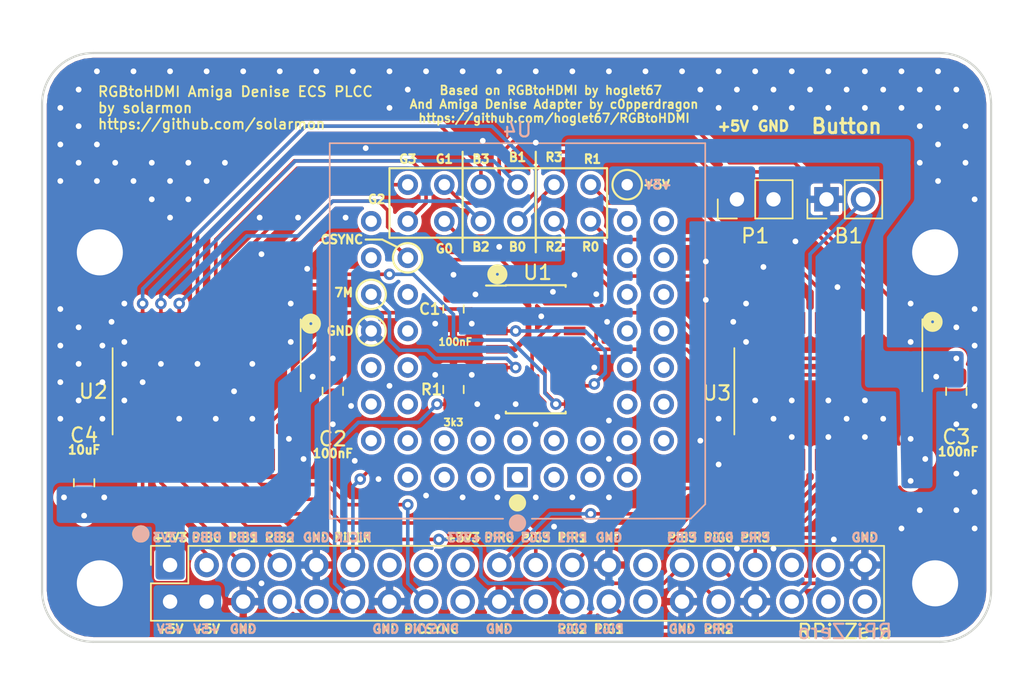
<source format=kicad_pcb>
(kicad_pcb (version 20171130) (host pcbnew "(5.1.9)-1")
  (title_block (title "RGBtoHDMI Amiga Denise ECS PLCC") (date 2021-02-20) (rev 1) (company https://github.com/solarmon))
  (layers (0 F.Cu signal) (31 B.Cu signal) (34 B.Paste user) (35 F.Paste user) (36 B.SilkS user) (37 F.SilkS user) (38 B.Mask user) (39 F.Mask user) (44 Edge.Cuts user))
  (net 0 "")
  (net 1 GND)
  (net 2 +3V3)
  (net 3 /B0)
  (net 4 /R3)
  (net 5 /R2)
  (net 6 /R1)
  (net 7 /R0)
  (net 8 +5V)
  (net 9 /CSYNC)
  (net 10 /G3)
  (net 11 /G2)
  (net 12 /G1)
  (net 13 /G0)
  (net 14 /B3)
  (net 15 /B2)
  (net 16 /B1)
  (net 17 /PiCLK)
  (net 18 /PiCSYNC)
  (net 19 /PiR3)
  (net 20 /PiR2)
  (net 21 /PiR1)
  (net 22 "Net-(JRaspberryPiZero1-Pad13)")
  (net 23 /PiR0)
  (net 24 "Net-(JRaspberryPiZero1-Pad17)")
  (net 25 /PiG3)
  (net 26 /PiG2)
  (net 27 /PiG1)
  (net 28 /PiG0)
  (net 29 /PiB3)
  (net 30 /PiB2)
  (net 31 /PiB1)
  (net 32 /PiB0)
  (net 33 "Net-(JRaspberryPiZero1-Pad8)")
  (net 34 "Net-(JRaspberryPiZero1-Pad10)")
  (net 35 "Net-(JRaspberryPiZero1-Pad12)")
  (net 36 "Net-(JRaspberryPiZero1-Pad18)")
  (net 37 "Net-(JRaspberryPiZero1-Pad22)")
  (net 38 "Net-(U1-Pad11)")
  (net 39 "Net-(JRaspberryPiZero1-Pad15)")
  (net 40 "Net-(JRaspberryPiZero1-Pad27)")
  (net 41 "Net-(JRaspberryPiZero1-Pad28)")
  (net 42 "Net-(JRaspberryPiZero1-Pad40)")
  (net 43 "Net-(JRaspberryPiZero1-Pad35)")
  (net 44 "Net-(JRaspberryPiZero1-Pad38)")
  (net 45 "Net-(U1-Pad2)")
  (net 46 "Net-(JRaspberryPiZero1-Pad37)")
  (net 47 "Net-(U1-Pad3)")
  (net 48 "Net-(U1-Pad13)")
  (net 49 "Net-(U3-Pad12)")
  (net 50 "Net-(U3-Pad13)")
  (net 51 "Net-(U4-Pad52)")
  (net 52 "Net-(U4-Pad50)")
  (net 53 "Net-(U4-Pad48)")
  (net 54 "Net-(U4-Pad46)")
  (net 55 "Net-(U4-Pad51)")
  (net 56 "Net-(U4-Pad49)")
  (net 57 "Net-(U4-Pad45)")
  (net 58 "Net-(U4-Pad43)")
  (net 59 "Net-(U4-Pad41)")
  (net 60 "Net-(U4-Pad39)")
  (net 61 "Net-(U4-Pad37)")
  (net 62 "Net-(U4-Pad44)")
  (net 63 "Net-(U4-Pad42)")
  (net 64 "Net-(U4-Pad36)")
  (net 65 "Net-(U4-Pad18)")
  (net 66 "Net-(U4-Pad16)")
  (net 67 "Net-(U4-Pad14)")
  (net 68 "Net-(U4-Pad12)")
  (net 69 "Net-(U4-Pad10)")
  (net 70 "Net-(U4-Pad19)")
  (net 71 "Net-(U4-Pad17)")
  (net 72 "Net-(U4-Pad15)")
  (net 73 "Net-(U4-Pad13)")
  (net 74 "Net-(U4-Pad11)")
  (net 75 "Net-(U4-Pad9)")
  (net 76 "Net-(U4-Pad5)")
  (net 77 "Net-(U4-Pad3)")
  (net 78 "Net-(U4-Pad1)")
  (net 79 "Net-(U4-Pad8)")
  (net 80 "Net-(U4-Pad6)")
  (net 81 "Net-(U4-Pad4)")
  (net 82 "Net-(U4-Pad2)")
  (net 83 /7M)
  (net 84 "Net-(B1-Pad2)")
  (module solarmon_library:PLCC-52_THT-Socket_Reversed_Hat (layer B.Cu) (at 165.481 80.137)
    (fp_text reference U4 (at 0 -24.13) (layer B.SilkS) (effects (justify mirror)))
    (fp_text value Denise_ECS_8373)
    (pad 2 thru_hole circle (at 2.54 -2.54) (size 1.4224 1.4224) (drill 0.8) (layers *.Cu *.Mask) (net 82 "Net-(U4-Pad2)"))
    (pad 4 thru_hole circle (at 5.08 -2.54) (size 1.4224 1.4224) (drill 0.8) (layers *.Cu *.Mask) (net 81 "Net-(U4-Pad4)"))
    (pad 6 thru_hole circle (at 7.62 -2.54) (size 1.4224 1.4224) (drill 0.8) (layers *.Cu *.Mask) (net 80 "Net-(U4-Pad6)"))
    (pad 52 thru_hole circle (at 0 -2.54) (size 1.4224 1.4224) (drill 0.8) (layers *.Cu *.Mask) (net 51 "Net-(U4-Pad52)"))
    (pad 50 thru_hole circle (at -2.54 -2.54) (size 1.4224 1.4224) (drill 0.8) (layers *.Cu *.Mask) (net 52 "Net-(U4-Pad50)"))
    (pad 48 thru_hole circle (at -5.08 -2.54) (size 1.4224 1.4224) (drill 0.8) (layers *.Cu *.Mask) (net 53 "Net-(U4-Pad48)"))
    (pad 1 thru_hole rect (at 0 0) (size 1.4224 1.4224) (drill 0.8) (layers *.Cu *.Mask) (net 78 "Net-(U4-Pad1)"))
    (pad 3 thru_hole circle (at 2.54 0) (size 1.4224 1.4224) (drill 0.8) (layers *.Cu *.Mask) (net 77 "Net-(U4-Pad3)"))
    (pad 5 thru_hole circle (at 5.08 0) (size 1.4224 1.4224) (drill 0.8) (layers *.Cu *.Mask) (net 76 "Net-(U4-Pad5)"))
    (pad 7 thru_hole circle (at 7.62 0) (size 1.4224 1.4224) (drill 0.8) (layers *.Cu *.Mask))
    (pad 51 thru_hole circle (at -2.54 0) (size 1.4224 1.4224) (drill 0.8) (layers *.Cu *.Mask) (net 55 "Net-(U4-Pad51)"))
    (pad 49 thru_hole circle (at -5.08 0) (size 1.4224 1.4224) (drill 0.8) (layers *.Cu *.Mask) (net 56 "Net-(U4-Pad49)"))
    (pad 9 thru_hole circle (at 7.62 -5.08) (size 1.4224 1.4224) (drill 0.8) (layers *.Cu *.Mask) (net 75 "Net-(U4-Pad9)"))
    (pad 11 thru_hole circle (at 7.62 -7.62) (size 1.4224 1.4224) (drill 0.8) (layers *.Cu *.Mask) (net 74 "Net-(U4-Pad11)"))
    (pad 13 thru_hole circle (at 7.62 -10.16) (size 1.4224 1.4224) (drill 0.8) (layers *.Cu *.Mask) (net 73 "Net-(U4-Pad13)"))
    (pad 15 thru_hole circle (at 7.62 -12.7) (size 1.4224 1.4224) (drill 0.8) (layers *.Cu *.Mask) (net 72 "Net-(U4-Pad15)"))
    (pad 17 thru_hole circle (at 7.62 -15.24) (size 1.4224 1.4224) (drill 0.8) (layers *.Cu *.Mask) (net 71 "Net-(U4-Pad17)"))
    (pad 19 thru_hole circle (at 7.62 -17.78) (size 1.4224 1.4224) (drill 0.8) (layers *.Cu *.Mask) (net 70 "Net-(U4-Pad19)"))
    (pad 8 thru_hole circle (at 10.16 -2.54) (size 1.4224 1.4224) (drill 0.8) (layers *.Cu *.Mask) (net 79 "Net-(U4-Pad8)"))
    (pad 10 thru_hole circle (at 10.16 -5.08) (size 1.4224 1.4224) (drill 0.8) (layers *.Cu *.Mask) (net 69 "Net-(U4-Pad10)"))
    (pad 12 thru_hole circle (at 10.16 -7.62) (size 1.4224 1.4224) (drill 0.8) (layers *.Cu *.Mask) (net 68 "Net-(U4-Pad12)"))
    (pad 14 thru_hole circle (at 10.16 -10.16) (size 1.4224 1.4224) (drill 0.8) (layers *.Cu *.Mask) (net 67 "Net-(U4-Pad14)"))
    (pad 16 thru_hole circle (at 10.16 -12.7) (size 1.4224 1.4224) (drill 0.8) (layers *.Cu *.Mask) (net 66 "Net-(U4-Pad16)"))
    (pad 18 thru_hole circle (at 10.16 -15.24) (size 1.4224 1.4224) (drill 0.8) (layers *.Cu *.Mask) (net 65 "Net-(U4-Pad18)"))
    (pad 20 thru_hole circle (at 10.16 -17.78) (size 1.4224 1.4224) (drill 0.8) (layers *.Cu *.Mask))
    (pad 22 thru_hole circle (at 5.08 -17.78) (size 1.4224 1.4224) (drill 0.8) (layers *.Cu *.Mask) (net 7 /R0))
    (pad 24 thru_hole circle (at 2.54 -17.78) (size 1.4224 1.4224) (drill 0.8) (layers *.Cu *.Mask) (net 5 /R2))
    (pad 26 thru_hole circle (at 0 -17.78) (size 1.4224 1.4224) (drill 0.8) (layers *.Cu *.Mask) (net 3 /B0))
    (pad 28 thru_hole circle (at -2.54 -17.78) (size 1.4224 1.4224) (drill 0.8) (layers *.Cu *.Mask) (net 15 /B2))
    (pad 30 thru_hole circle (at -5.08 -17.78) (size 1.4224 1.4224) (drill 0.8) (layers *.Cu *.Mask) (net 13 /G0))
    (pad 32 thru_hole circle (at -7.62 -17.78) (size 1.4224 1.4224) (drill 0.8) (layers *.Cu *.Mask) (net 11 /G2))
    (pad 34 thru_hole circle (at -10.16 -17.78) (size 1.4224 1.4224) (drill 0.8) (layers *.Cu *.Mask))
    (pad 21 thru_hole circle (at 7.62 -20.32) (size 1.4224 1.4224) (drill 0.8) (layers *.Cu *.Mask) (net 8 +5V))
    (pad 23 thru_hole circle (at 5.08 -20.32) (size 1.4224 1.4224) (drill 0.8) (layers *.Cu *.Mask) (net 6 /R1))
    (pad 25 thru_hole circle (at 2.54 -20.32) (size 1.4224 1.4224) (drill 0.8) (layers *.Cu *.Mask) (net 4 /R3))
    (pad 27 thru_hole circle (at 0 -20.32) (size 1.4224 1.4224) (drill 0.8) (layers *.Cu *.Mask) (net 16 /B1))
    (pad 29 thru_hole circle (at -2.54 -20.32) (size 1.4224 1.4224) (drill 0.8) (layers *.Cu *.Mask) (net 14 /B3))
    (pad 31 thru_hole circle (at -5.08 -20.32) (size 1.4224 1.4224) (drill 0.8) (layers *.Cu *.Mask) (net 12 /G1))
    (pad 33 thru_hole circle (at -7.62 -20.32) (size 1.4224 1.4224) (drill 0.8) (layers *.Cu *.Mask) (net 10 /G3))
    (pad 35 thru_hole circle (at -7.62 -15.24) (size 1.4224 1.4224) (drill 0.8) (layers *.Cu *.Mask) (net 9 /CSYNC))
    (pad 37 thru_hole circle (at -7.62 -12.7) (size 1.4224 1.4224) (drill 0.8) (layers *.Cu *.Mask) (net 61 "Net-(U4-Pad37)"))
    (pad 39 thru_hole circle (at -7.62 -10.16) (size 1.4224 1.4224) (drill 0.8) (layers *.Cu *.Mask) (net 60 "Net-(U4-Pad39)"))
    (pad 41 thru_hole circle (at -7.62 -7.62) (size 1.4224 1.4224) (drill 0.8) (layers *.Cu *.Mask) (net 59 "Net-(U4-Pad41)"))
    (pad 43 thru_hole circle (at -7.62 -5.08) (size 1.4224 1.4224) (drill 0.8) (layers *.Cu *.Mask) (net 58 "Net-(U4-Pad43)"))
    (pad 45 thru_hole circle (at -7.62 -2.54) (size 1.4224 1.4224) (drill 0.8) (layers *.Cu *.Mask) (net 57 "Net-(U4-Pad45)"))
    (pad 47 thru_hole circle (at -7.62 0) (size 1.4224 1.4224) (drill 0.8) (layers *.Cu *.Mask))
    (pad 36 thru_hole circle (at -10.16 -15.24) (size 1.4224 1.4224) (drill 0.8) (layers *.Cu *.Mask) (net 64 "Net-(U4-Pad36)"))
    (pad 38 thru_hole circle (at -10.16 -12.7) (size 1.4224 1.4224) (drill 0.8) (layers *.Cu *.Mask) (net 83 /7M))
    (pad 40 thru_hole circle (at -10.16 -10.16) (size 1.4224 1.4224) (drill 0.8) (layers *.Cu *.Mask) (net 1 GND))
    (pad 42 thru_hole circle (at -10.16 -7.62) (size 1.4224 1.4224) (drill 0.8) (layers *.Cu *.Mask) (net 63 "Net-(U4-Pad42)"))
    (pad 44 thru_hole circle (at -10.16 -5.08) (size 1.4224 1.4224) (drill 0.8) (layers *.Cu *.Mask) (net 62 "Net-(U4-Pad44)"))
    (pad 46 thru_hole circle (at -10.16 -2.54) (size 1.4224 1.4224) (drill 0.8) (layers *.Cu *.Mask) (net 54 "Net-(U4-Pad46)"))
  )
  (module Connector_PinHeader_2.54mm:PinHeader_1x02_P2.54mm_Vertical (layer F.Cu) (at 180.721 60.833 90)
    (fp_text reference P1 (at -2.54 1.27 180) (layer F.SilkS))
    (fp_text value Conn_01x02)
    (pad 2 thru_hole oval (at 0 2.54 90) (size 1.7 1.7) (drill 1) (layers *.Cu *.Mask) (net 1 GND))
    (pad 1 thru_hole rect (at 0 0 90) (size 1.7 1.7) (drill 1) (layers *.Cu *.Mask) (net 8 +5V))
  )
  (module MountingHole:MountingHole_3.2mm_M3_Pad (layer F.Cu) (at 136.4742 64.516)
    (fp_text reference H4 hide)
    (fp_text value MountingHole_Pad)
    (pad 1 thru_hole circle (at 0 0) (size 6.4 6.4) (drill 3.2) (layers *.Cu *.Mask) (net 1 GND))
  )
  (module MountingHole:MountingHole_3.2mm_M3_Pad (layer F.Cu) (at 194.4878 64.516)
    (fp_text reference H3 hide)
    (fp_text value MountingHole_Pad)
    (pad 1 thru_hole circle (at 0 0) (size 6.4 6.4) (drill 3.2) (layers *.Cu *.Mask) (net 1 GND))
  )
  (module MountingHole:MountingHole_3.2mm_M3_Pad (layer F.Cu) (at 194.4878 87.503)
    (fp_text reference H2 hide)
    (fp_text value MountingHole_Pad)
    (pad 1 thru_hole circle (at 0 0) (size 6.4 6.4) (drill 3.2) (layers *.Cu *.Mask) (net 1 GND))
  )
  (module MountingHole:MountingHole_3.2mm_M3_Pad (layer F.Cu) (at 136.4742 87.503)
    (fp_text reference H1 hide)
    (fp_text value MountingHole_Pad)
    (pad 1 thru_hole circle (at 0 0) (size 6.4 6.4) (drill 3.2) (layers *.Cu *.Mask) (net 1 GND))
  )
  (module Connector_PinSocket_2.54mm:PinSocket_2x20_P2.54mm_Vertical (layer F.Cu) (at 141.351 86.233 90)
    (fp_text reference JRaspberryPiZero1 hide)
    (fp_text value Conn_02x20_Odd_Even)
    (pad 1 thru_hole rect (at 0 0 90) (size 1.7 1.7) (drill 1) (layers *.Cu *.Mask) (net 2 +3V3))
    (pad 2 thru_hole oval (at -2.54 0 90) (size 1.7 1.7) (drill 1) (layers *.Cu *.Mask) (net 8 +5V))
    (pad 3 thru_hole oval (at 0 2.54 90) (size 1.7 1.7) (drill 1) (layers *.Cu *.Mask) (net 32 /PiB0))
    (pad 4 thru_hole oval (at -2.54 2.54 90) (size 1.7 1.7) (drill 1) (layers *.Cu *.Mask) (net 8 +5V))
    (pad 5 thru_hole oval (at 0 5.08 90) (size 1.7 1.7) (drill 1) (layers *.Cu *.Mask) (net 31 /PiB1))
    (pad 6 thru_hole oval (at -2.54 5.08 90) (size 1.7 1.7) (drill 1) (layers *.Cu *.Mask) (net 1 GND))
    (pad 7 thru_hole oval (at 0 7.62 90) (size 1.7 1.7) (drill 1) (layers *.Cu *.Mask) (net 30 /PiB2))
    (pad 8 thru_hole oval (at -2.54 7.62 90) (size 1.7 1.7) (drill 1) (layers *.Cu *.Mask) (net 33 "Net-(JRaspberryPiZero1-Pad8)"))
    (pad 9 thru_hole oval (at 0 10.16 90) (size 1.7 1.7) (drill 1) (layers *.Cu *.Mask) (net 1 GND))
    (pad 10 thru_hole oval (at -2.54 10.16 90) (size 1.7 1.7) (drill 1) (layers *.Cu *.Mask) (net 34 "Net-(JRaspberryPiZero1-Pad10)"))
    (pad 11 thru_hole oval (at 0 12.7 90) (size 1.7 1.7) (drill 1) (layers *.Cu *.Mask) (net 17 /PiCLK))
    (pad 12 thru_hole oval (at -2.54 12.7 90) (size 1.7 1.7) (drill 1) (layers *.Cu *.Mask) (net 35 "Net-(JRaspberryPiZero1-Pad12)"))
    (pad 13 thru_hole oval (at 0 15.24 90) (size 1.7 1.7) (drill 1) (layers *.Cu *.Mask) (net 22 "Net-(JRaspberryPiZero1-Pad13)"))
    (pad 14 thru_hole oval (at -2.54 15.24 90) (size 1.7 1.7) (drill 1) (layers *.Cu *.Mask) (net 1 GND))
    (pad 15 thru_hole oval (at 0 17.78 90) (size 1.7 1.7) (drill 1) (layers *.Cu *.Mask) (net 39 "Net-(JRaspberryPiZero1-Pad15)"))
    (pad 16 thru_hole oval (at -2.54 17.78 90) (size 1.7 1.7) (drill 1) (layers *.Cu *.Mask) (net 18 /PiCSYNC))
    (pad 17 thru_hole oval (at 0 20.32 90) (size 1.7 1.7) (drill 1) (layers *.Cu *.Mask) (net 24 "Net-(JRaspberryPiZero1-Pad17)"))
    (pad 18 thru_hole oval (at -2.54 20.32 90) (size 1.7 1.7) (drill 1) (layers *.Cu *.Mask) (net 36 "Net-(JRaspberryPiZero1-Pad18)"))
    (pad 19 thru_hole oval (at 0 22.86 90) (size 1.7 1.7) (drill 1) (layers *.Cu *.Mask) (net 23 /PiR0))
    (pad 20 thru_hole oval (at -2.54 22.86 90) (size 1.7 1.7) (drill 1) (layers *.Cu *.Mask) (net 1 GND))
    (pad 21 thru_hole oval (at 0 25.4 90) (size 1.7 1.7) (drill 1) (layers *.Cu *.Mask) (net 25 /PiG3))
    (pad 22 thru_hole oval (at -2.54 25.4 90) (size 1.7 1.7) (drill 1) (layers *.Cu *.Mask) (net 37 "Net-(JRaspberryPiZero1-Pad22)"))
    (pad 23 thru_hole oval (at 0 27.94 90) (size 1.7 1.7) (drill 1) (layers *.Cu *.Mask) (net 21 /PiR1))
    (pad 24 thru_hole oval (at -2.54 27.94 90) (size 1.7 1.7) (drill 1) (layers *.Cu *.Mask) (net 26 /PiG2))
    (pad 25 thru_hole oval (at 0 30.48 90) (size 1.7 1.7) (drill 1) (layers *.Cu *.Mask) (net 1 GND))
    (pad 26 thru_hole oval (at -2.54 30.48 90) (size 1.7 1.7) (drill 1) (layers *.Cu *.Mask) (net 27 /PiG1))
    (pad 27 thru_hole oval (at 0 33.02 90) (size 1.7 1.7) (drill 1) (layers *.Cu *.Mask) (net 40 "Net-(JRaspberryPiZero1-Pad27)"))
    (pad 28 thru_hole oval (at -2.54 33.02 90) (size 1.7 1.7) (drill 1) (layers *.Cu *.Mask) (net 41 "Net-(JRaspberryPiZero1-Pad28)"))
    (pad 29 thru_hole oval (at 0 35.56 90) (size 1.7 1.7) (drill 1) (layers *.Cu *.Mask) (net 29 /PiB3))
    (pad 30 thru_hole oval (at -2.54 35.56 90) (size 1.7 1.7) (drill 1) (layers *.Cu *.Mask) (net 1 GND))
    (pad 31 thru_hole oval (at 0 38.1 90) (size 1.7 1.7) (drill 1) (layers *.Cu *.Mask) (net 28 /PiG0))
    (pad 32 thru_hole oval (at -2.54 38.1 90) (size 1.7 1.7) (drill 1) (layers *.Cu *.Mask) (net 20 /PiR2))
    (pad 33 thru_hole oval (at 0 40.64 90) (size 1.7 1.7) (drill 1) (layers *.Cu *.Mask) (net 19 /PiR3))
    (pad 34 thru_hole oval (at -2.54 40.64 90) (size 1.7 1.7) (drill 1) (layers *.Cu *.Mask) (net 1 GND))
    (pad 35 thru_hole oval (at 0 43.18 90) (size 1.7 1.7) (drill 1) (layers *.Cu *.Mask) (net 43 "Net-(JRaspberryPiZero1-Pad35)"))
    (pad 36 thru_hole oval (at -2.54 43.18 90) (size 1.7 1.7) (drill 1) (layers *.Cu *.Mask) (net 84 "Net-(B1-Pad2)"))
    (pad 37 thru_hole oval (at 0 45.72 90) (size 1.7 1.7) (drill 1) (layers *.Cu *.Mask) (net 46 "Net-(JRaspberryPiZero1-Pad37)"))
    (pad 38 thru_hole oval (at -2.54 45.72 90) (size 1.7 1.7) (drill 1) (layers *.Cu *.Mask) (net 44 "Net-(JRaspberryPiZero1-Pad38)"))
    (pad 39 thru_hole oval (at 0 48.26 90) (size 1.7 1.7) (drill 1) (layers *.Cu *.Mask) (net 1 GND))
    (pad 40 thru_hole oval (at -2.54 48.26 90) (size 1.7 1.7) (drill 1) (layers *.Cu *.Mask) (net 42 "Net-(JRaspberryPiZero1-Pad40)"))
  )
  (module Package_SO:SO-20_12.8x7.5mm_P1.27mm (layer F.Cu) (at 143.891 74.168 270)
    (fp_text reference U2 (at 0 7.874 unlocked) (layer F.SilkS))
    (fp_text value 74LVC574 hide)
    (pad 20 smd rect (at 4.75 -5.715 270) (size 1.5 0.6) (layers F.Cu F.Paste F.Mask) (net 2 +3V3))
    (pad 19 smd rect (at 4.75 -4.445 270) (size 1.5 0.6) (layers F.Cu F.Paste F.Mask) (net 45 "Net-(U1-Pad2)"))
    (pad 18 smd rect (at 4.75 -3.175 270) (size 1.5 0.6) (layers F.Cu F.Paste F.Mask) (net 18 /PiCSYNC))
    (pad 17 smd rect (at 4.75 -1.905 270) (size 1.5 0.6) (layers F.Cu F.Paste F.Mask) (net 25 /PiG3))
    (pad 16 smd rect (at 4.75 -0.635 270) (size 1.5 0.6) (layers F.Cu F.Paste F.Mask) (net 26 /PiG2))
    (pad 15 smd rect (at 4.75 0.635 270) (size 1.5 0.6) (layers F.Cu F.Paste F.Mask) (net 29 /PiB3))
    (pad 14 smd rect (at 4.75 1.905 270) (size 1.5 0.6) (layers F.Cu F.Paste F.Mask) (net 30 /PiB2))
    (pad 13 smd rect (at 4.75 3.175 270) (size 1.5 0.6) (layers F.Cu F.Paste F.Mask) (net 31 /PiB1))
    (pad 12 smd rect (at 4.75 4.445 270) (size 1.5 0.6) (layers F.Cu F.Paste F.Mask) (net 32 /PiB0))
    (pad 11 smd rect (at 4.75 5.715 270) (size 1.5 0.6) (layers F.Cu F.Paste F.Mask) (net 38 "Net-(U1-Pad11)"))
    (pad 10 smd rect (at -4.75 5.715 270) (size 1.5 0.6) (layers F.Cu F.Paste F.Mask) (net 1 GND))
    (pad 9 smd rect (at -4.75 4.445 270) (size 1.5 0.6) (layers F.Cu F.Paste F.Mask) (net 3 /B0))
    (pad 8 smd rect (at -4.75 3.175 270) (size 1.5 0.6) (layers F.Cu F.Paste F.Mask) (net 16 /B1))
    (pad 7 smd rect (at -4.75 1.905 270) (size 1.5 0.6) (layers F.Cu F.Paste F.Mask) (net 15 /B2))
    (pad 1 smd rect (at -4.75 -5.715 270) (size 1.5 0.6) (layers F.Cu F.Paste F.Mask) (net 1 GND))
    (pad 2 smd rect (at -4.75 -4.445 270) (size 1.5 0.6) (layers F.Cu F.Paste F.Mask) (net 17 /PiCLK))
    (pad 3 smd rect (at -4.75 -3.175 270) (size 1.5 0.6) (layers F.Cu F.Paste F.Mask) (net 9 /CSYNC))
    (pad 4 smd rect (at -4.75 -1.905 270) (size 1.5 0.6) (layers F.Cu F.Paste F.Mask) (net 10 /G3))
    (pad 5 smd rect (at -4.75 -0.635 270) (size 1.5 0.6) (layers F.Cu F.Paste F.Mask) (net 11 /G2))
    (pad 6 smd rect (at -4.75 0.635 270) (size 1.5 0.6) (layers F.Cu F.Paste F.Mask) (net 14 /B3))
  )
  (module Capacitor_SMD:C_0805_2012Metric_Pad1.15x1.40mm_HandSolder (layer F.Cu) (at 152.654 74.168 270)
    (fp_text reference C2 (at 3.302 0 unlocked) (layer F.SilkS))
    (fp_text value 100nF (at 4.318 0 unlocked) (layer F.SilkS) (effects (font (size 0.6 0.6))))
    (pad 1 smd roundrect (at -1.025 0 270) (size 1.15 1.4) (layers F.Cu F.Paste F.Mask) (roundrect_rratio 0.2173904347826087) (net 2 +3V3))
    (pad 2 smd roundrect (at 1.025 0 270) (size 1.15 1.4) (layers F.Cu F.Paste F.Mask) (roundrect_rratio 0.2173904347826087) (net 1 GND))
  )
  (module Capacitor_SMD:C_0805_2012Metric_Pad1.15x1.40mm_HandSolder (layer F.Cu) (at 161.036 68.453 270)
    (fp_text reference C1 (at 0 1.651 unlocked) (layer F.SilkS) (effects (font (size 0.75 0.75))))
    (fp_text value 100nF (at 2.286 -0.127 unlocked) (layer F.SilkS) (effects (font (size 0.5 0.5) (thickness 0.125))))
    (pad 2 smd roundrect (at 1.025 0 270) (size 1.15 1.4) (layers F.Cu F.Paste F.Mask) (roundrect_rratio 0.2173904347826087) (net 1 GND))
    (pad 1 smd roundrect (at -1.025 0 270) (size 1.15 1.4) (layers F.Cu F.Paste F.Mask) (roundrect_rratio 0.2173904347826087) (net 2 +3V3))
  )
  (module Capacitor_SMD:C_0805_2012Metric_Pad1.15x1.40mm_HandSolder (layer F.Cu) (at 195.961 74.168 270)
    (fp_text reference C3 (at 3.175 0 unlocked) (layer F.SilkS))
    (fp_text value 100nF (at 4.191 -0.127 unlocked) (layer F.SilkS) (effects (font (size 0.6 0.6))))
    (pad 1 smd roundrect (at -1.025 0 270) (size 1.15 1.4) (layers F.Cu F.Paste F.Mask) (roundrect_rratio 0.2173904347826087) (net 2 +3V3))
    (pad 2 smd roundrect (at 1.025 0 270) (size 1.15 1.4) (layers F.Cu F.Paste F.Mask) (roundrect_rratio 0.2173904347826087) (net 1 GND))
  )
  (module Capacitor_SMD:C_0805_2012Metric_Pad1.15x1.40mm_HandSolder (layer F.Cu) (at 135.382 80.518 90)
    (fp_text reference C4 (at 3.302 0 unlocked) (layer F.SilkS))
    (fp_text value 10uF (at 2.286 0 unlocked) (layer F.SilkS) (effects (font (size 0.6 0.6))))
    (pad 1 smd roundrect (at -1.025 0 90) (size 1.15 1.4) (layers F.Cu F.Paste F.Mask) (roundrect_rratio 0.2173904347826087) (net 2 +3V3))
    (pad 2 smd roundrect (at 1.025 0 90) (size 1.15 1.4) (layers F.Cu F.Paste F.Mask) (roundrect_rratio 0.2173904347826087) (net 1 GND))
  )
  (module Resistor_SMD:R_0805_2012Metric_Pad1.15x1.40mm_HandSolder (layer F.Cu) (at 161.036 74.041 90)
    (fp_text reference R1 (at 0 -1.524 unlocked) (layer F.SilkS) (effects (font (size 0.75 0.75))))
    (fp_text value 3k3 (at -2.286 0 unlocked) (layer F.SilkS) (effects (font (size 0.5 0.5) (thickness 0.125))))
    (pad 1 smd roundrect (at -1.025 0 90) (size 1.15 1.4) (layers F.Cu F.Paste F.Mask) (roundrect_rratio 0.2173904347826087) (net 35 "Net-(JRaspberryPiZero1-Pad12)"))
    (pad 2 smd roundrect (at 1.025 0 90) (size 1.15 1.4) (layers F.Cu F.Paste F.Mask) (roundrect_rratio 0.2173904347826087) (net 1 GND))
  )
  (module Package_SO:SOIC-14_3.9x8.7mm_P1.27mm (layer F.Cu) (at 166.751 71.247)
    (fp_text reference U1 (at 0.127 -5.334 unlocked) (layer F.SilkS))
    (fp_text value 74LVC86 hide)
    (pad 1 smd rect (at -2.7 -3.81) (size 1.5 0.6) (layers F.Cu F.Paste F.Mask) (net 2 +3V3))
    (pad 2 smd rect (at -2.7 -2.54) (size 1.5 0.6) (layers F.Cu F.Paste F.Mask) (net 45 "Net-(U1-Pad2)"))
    (pad 3 smd rect (at -2.7 -1.27) (size 1.5 0.6) (layers F.Cu F.Paste F.Mask) (net 47 "Net-(U1-Pad3)"))
    (pad 4 smd rect (at -2.7 0) (size 1.5 0.6) (layers F.Cu F.Paste F.Mask) (net 2 +3V3))
    (pad 5 smd rect (at -2.7 1.27) (size 1.5 0.6) (layers F.Cu F.Paste F.Mask) (net 83 /7M))
    (pad 6 smd rect (at -2.7 2.54) (size 1.5 0.6) (layers F.Cu F.Paste F.Mask) (net 48 "Net-(U1-Pad13)"))
    (pad 7 smd rect (at -2.7 3.81) (size 1.5 0.6) (layers F.Cu F.Paste F.Mask) (net 1 GND))
    (pad 8 smd rect (at 2.7 3.81) (size 1.5 0.6) (layers F.Cu F.Paste F.Mask) (net 17 /PiCLK))
    (pad 9 smd rect (at 2.7 2.54) (size 1.5 0.6) (layers F.Cu F.Paste F.Mask) (net 47 "Net-(U1-Pad3)"))
    (pad 10 smd rect (at 2.7 1.27) (size 1.5 0.6) (layers F.Cu F.Paste F.Mask) (net 1 GND))
    (pad 11 smd rect (at 2.7 0) (size 1.5 0.6) (layers F.Cu F.Paste F.Mask) (net 38 "Net-(U1-Pad11)"))
    (pad 12 smd rect (at 2.7 -1.27) (size 1.5 0.6) (layers F.Cu F.Paste F.Mask) (net 17 /PiCLK))
    (pad 13 smd rect (at 2.7 -2.54) (size 1.5 0.6) (layers F.Cu F.Paste F.Mask) (net 48 "Net-(U1-Pad13)"))
    (pad 14 smd rect (at 2.7 -3.81) (size 1.5 0.6) (layers F.Cu F.Paste F.Mask) (net 2 +3V3))
  )
  (module Package_SO:SO-20_12.8x7.5mm_P1.27mm (layer F.Cu) (at 187.071 74.168 270)
    (fp_text reference U3 (at 0.127 7.747 unlocked) (layer F.SilkS))
    (fp_text value 74LVC574 hide)
    (pad 6 smd rect (at -4.75 0.635 270) (size 1.5 0.6) (layers F.Cu F.Paste F.Mask) (net 6 /R1))
    (pad 5 smd rect (at -4.75 -0.635 270) (size 1.5 0.6) (layers F.Cu F.Paste F.Mask) (net 5 /R2))
    (pad 4 smd rect (at -4.75 -1.905 270) (size 1.5 0.6) (layers F.Cu F.Paste F.Mask) (net 4 /R3))
    (pad 3 smd rect (at -4.75 -3.175 270) (size 1.5 0.6) (layers F.Cu F.Paste F.Mask) (net 13 /G0))
    (pad 2 smd rect (at -4.75 -4.445 270) (size 1.5 0.6) (layers F.Cu F.Paste F.Mask) (net 12 /G1))
    (pad 1 smd rect (at -4.75 -5.715 270) (size 1.5 0.6) (layers F.Cu F.Paste F.Mask) (net 1 GND))
    (pad 7 smd rect (at -4.75 1.905 270) (size 1.5 0.6) (layers F.Cu F.Paste F.Mask) (net 7 /R0))
    (pad 8 smd rect (at -4.75 3.175 270) (size 1.5 0.6) (layers F.Cu F.Paste F.Mask) (net 1 GND))
    (pad 9 smd rect (at -4.75 4.445 270) (size 1.5 0.6) (layers F.Cu F.Paste F.Mask) (net 1 GND))
    (pad 10 smd rect (at -4.75 5.715 270) (size 1.5 0.6) (layers F.Cu F.Paste F.Mask) (net 1 GND))
    (pad 11 smd rect (at 4.75 5.715 270) (size 1.5 0.6) (layers F.Cu F.Paste F.Mask) (net 38 "Net-(U1-Pad11)"))
    (pad 12 smd rect (at 4.75 4.445 270) (size 1.5 0.6) (layers F.Cu F.Paste F.Mask) (net 49 "Net-(U3-Pad12)"))
    (pad 13 smd rect (at 4.75 3.175 270) (size 1.5 0.6) (layers F.Cu F.Paste F.Mask) (net 50 "Net-(U3-Pad13)"))
    (pad 14 smd rect (at 4.75 1.905 270) (size 1.5 0.6) (layers F.Cu F.Paste F.Mask) (net 23 /PiR0))
    (pad 15 smd rect (at 4.75 0.635 270) (size 1.5 0.6) (layers F.Cu F.Paste F.Mask) (net 21 /PiR1))
    (pad 16 smd rect (at 4.75 -0.635 270) (size 1.5 0.6) (layers F.Cu F.Paste F.Mask) (net 20 /PiR2))
    (pad 17 smd rect (at 4.75 -1.905 270) (size 1.5 0.6) (layers F.Cu F.Paste F.Mask) (net 19 /PiR3))
    (pad 18 smd rect (at 4.75 -3.175 270) (size 1.5 0.6) (layers F.Cu F.Paste F.Mask) (net 28 /PiG0))
    (pad 19 smd rect (at 4.75 -4.445 270) (size 1.5 0.6) (layers F.Cu F.Paste F.Mask) (net 27 /PiG1))
    (pad 20 smd rect (at 4.75 -5.715 270) (size 1.5 0.6) (layers F.Cu F.Paste F.Mask) (net 2 +3V3))
  )
  (module Connector_PinHeader_2.54mm:PinHeader_1x02_P2.54mm_Vertical (layer F.Cu) (at 186.944 60.833 90)
    (fp_text reference B1 (at -2.54 1.524) (layer F.SilkS))
    (fp_text value Conn_01x02)
    (pad 1 thru_hole rect (at 0 0 90) (size 1.7 1.7) (drill 1) (layers *.Cu *.Mask) (net 1 GND))
    (pad 2 thru_hole oval (at 0 2.54 90) (size 1.7 1.7) (drill 1) (layers *.Cu *.Mask) (net 84 "Net-(B1-Pad2)"))
  )
  (gr_text GND (at 183.261 55.753) (layer F.SilkS) (effects (font (size 0.7 0.7) (thickness 0.175))))
  (gr_text +5V (at 180.467 55.753) (layer F.SilkS) (effects (font (size 0.7 0.7) (thickness 0.175))))
  (gr_line (start 156.083 63.627) (end 157.099 64.135) (layer F.SilkS) (width 0.15))
  (gr_line (start 154.94 63.627) (end 156.083 63.627) (layer F.SilkS) (width 0.15))
  (gr_text +3V3 (at 161.798 84.328) (layer B.SilkS) (effects (font (size 0.6 0.6)) (justify mirror)))
  (gr_text +3V3 (at 161.671 84.328) (layer F.SilkS) (effects (font (size 0.6 0.6))))
  (gr_text GND (at 189.611 84.328) (layer B.SilkS) (effects (font (size 0.6 0.6)) (justify mirror)))
  (gr_text GND (at 189.611 84.328) (layer F.SilkS) (effects (font (size 0.6 0.6))))
  (gr_text GND (at 176.911 90.678) (layer B.SilkS) (effects (font (size 0.6 0.6)) (justify mirror)))
  (gr_text GND (at 176.911 90.678) (layer F.SilkS) (effects (font (size 0.6 0.6))))
  (gr_text GND (at 171.831 84.328) (layer F.SilkS) (effects (font (size 0.6 0.6))))
  (gr_text GND (at 171.831 84.328) (layer B.SilkS) (effects (font (size 0.6 0.6)) (justify mirror)))
  (gr_text GND (at 164.211 90.678) (layer F.SilkS) (effects (font (size 0.6 0.6))))
  (gr_text GND (at 164.211 90.678) (layer B.SilkS) (effects (font (size 0.6 0.6)) (justify mirror)))
  (gr_text GND (at 156.337 90.678) (layer B.SilkS) (effects (font (size 0.6 0.6)) (justify mirror)))
  (gr_text GND (at 156.337 90.678) (layer F.SilkS) (effects (font (size 0.6 0.6))))
  (gr_line (start 171.704 63.5) (end 171.704 58.674) (layer F.SilkS) (width 0.15))
  (gr_text Button (at 188.341 55.753) (layer F.SilkS) (effects (font (size 1 1) (thickness 0.2))))
  (gr_circle (center 157.853094 64.897) (end 158.742094 64.389) (layer F.SilkS) (width 0.15))
  (gr_circle (center 155.313094 69.977) (end 156.202094 69.469) (layer F.SilkS) (width 0.15))
  (gr_circle (center 155.321 67.437) (end 156.21 66.929) (layer F.SilkS) (width 0.15))
  (gr_circle (center 173.101 59.817) (end 173.99 59.309) (layer F.SilkS) (width 0.15))
  (gr_text GND (at 146.431 90.678) (layer F.SilkS) (effects (font (size 0.6 0.6))))
  (gr_text GND (at 146.431 90.678) (layer B.SilkS) (effects (font (size 0.6 0.6)) (justify mirror)))
  (gr_text GND (at 151.511 84.328) (layer B.SilkS) (effects (font (size 0.6 0.6)) (justify mirror)))
  (gr_text GND (at 151.511 84.328) (layer F.SilkS) (effects (font (size 0.6 0.6))))
  (gr_text +5V (at 175.26 59.817) (layer B.SilkS) (effects (font (size 0.6 0.6)) (justify mirror)))
  (gr_text "RPi Zero" (at 188.214 90.8558) (layer B.SilkS) (effects (font (size 1 1)) (justify mirror)))
  (gr_text PiR2 (at 179.451 90.678) (layer B.SilkS) (effects (font (size 0.6 0.6)) (justify mirror)))
  (gr_text PiG1 (at 171.831 90.678) (layer B.SilkS) (effects (font (size 0.6 0.6)) (justify mirror)))
  (gr_text PiG2 (at 169.291 90.678) (layer B.SilkS) (effects (font (size 0.6 0.6)) (justify mirror)))
  (gr_text PiCSYNC (at 159.512 90.678) (layer B.SilkS) (effects (font (size 0.6 0.6)) (justify mirror)))
  (gr_text PiR3 (at 181.991 84.328) (layer B.SilkS) (effects (font (size 0.6 0.6)) (justify mirror)))
  (gr_text PiG0 (at 179.451 84.328) (layer B.SilkS) (effects (font (size 0.6 0.6)) (justify mirror)))
  (gr_text PiB3 (at 176.911 84.328) (layer B.SilkS) (effects (font (size 0.6 0.6)) (justify mirror)))
  (gr_text PiR1 (at 169.291 84.328) (layer B.SilkS) (effects (font (size 0.6 0.6)) (justify mirror)))
  (gr_text PiG3 (at 166.751 84.328) (layer B.SilkS) (effects (font (size 0.6 0.6)) (justify mirror)))
  (gr_text PiR0 (at 164.211 84.328) (layer B.SilkS) (effects (font (size 0.6 0.6)) (justify mirror)))
  (gr_text PiCLK (at 154.051 84.328) (layer B.SilkS) (effects (font (size 0.6 0.6)) (justify mirror)))
  (gr_text PiB2 (at 148.971 84.328) (layer B.SilkS) (effects (font (size 0.6 0.6)) (justify mirror)))
  (gr_text PiB1 (at 146.431 84.328) (layer B.SilkS) (effects (font (size 0.6 0.6)) (justify mirror)))
  (gr_text PiB0 (at 143.891 84.328) (layer B.SilkS) (effects (font (size 0.6 0.6)) (justify mirror)))
  (gr_circle (center 139.319 84.074) (end 139.319 83.774) (layer B.SilkS) (width 0.6))
  (gr_circle (center 139.319 84.074) (end 139.319 83.774) (layer F.SilkS) (width 0.6))
  (gr_text +3V3 (at 141.351 84.328) (layer B.SilkS) (effects (font (size 0.6 0.6)) (justify mirror)))
  (gr_text +5V (at 143.891 90.678) (layer B.SilkS) (effects (font (size 0.6 0.6)) (justify mirror)))
  (gr_text +5V (at 141.351 90.678) (layer B.SilkS) (effects (font (size 0.6 0.6)) (justify mirror)))
  (gr_text +3V3 (at 141.351 84.328) (layer F.SilkS) (effects (font (size 0.6 0.6))))
  (gr_text +5V (at 143.891 90.678) (layer F.SilkS) (effects (font (size 0.6 0.6))))
  (gr_text +5V (at 141.351 90.678) (layer F.SilkS) (effects (font (size 0.6 0.6))))
  (gr_arc (start 194.818 88.011) (end 194.818 91.567) (angle -90) (layer Edge.Cuts) (width 0.15))
  (gr_arc (start 194.818 54.229) (end 198.374 54.229) (angle -90) (layer Edge.Cuts) (width 0.15))
  (gr_arc (start 136.017 54.229) (end 136.017 50.673) (angle -90) (layer Edge.Cuts) (width 0.15))
  (gr_text PiB2 (at 148.971 84.328) (layer F.SilkS) (effects (font (size 0.6 0.6))))
  (gr_text PiB1 (at 146.431 84.328) (layer F.SilkS) (effects (font (size 0.6 0.6))))
  (gr_text PiB0 (at 143.891 84.328) (layer F.SilkS) (effects (font (size 0.6 0.6))))
  (gr_text PiCLK (at 154.051 84.328) (layer F.SilkS) (effects (font (size 0.6 0.6))))
  (gr_text PiCSYNC (at 159.512 90.678) (layer F.SilkS) (effects (font (size 0.6 0.6))))
  (gr_text PiR0 (at 164.211 84.328) (layer F.SilkS) (effects (font (size 0.6 0.6))))
  (gr_text PiG3 (at 166.751 84.328) (layer F.SilkS) (effects (font (size 0.6 0.6))))
  (gr_text PiR1 (at 169.291 84.328) (layer F.SilkS) (effects (font (size 0.6 0.6))))
  (gr_text PiG2 (at 169.291 90.678) (layer F.SilkS) (effects (font (size 0.6 0.6))))
  (gr_text PiG1 (at 171.831 90.678) (layer F.SilkS) (effects (font (size 0.6 0.6))))
  (gr_text PiB3 (at 176.911 84.328) (layer F.SilkS) (effects (font (size 0.6 0.6))))
  (gr_text PiG0 (at 179.451 84.328) (layer F.SilkS) (effects (font (size 0.6 0.6))))
  (gr_text PiR3 (at 181.991 84.328) (layer F.SilkS) (effects (font (size 0.6 0.6))))
  (gr_text PiR2 (at 179.451 90.678) (layer F.SilkS) (effects (font (size 0.6 0.6))))
  (gr_text "RPi Zero" (at 188.214 90.8558) (layer F.SilkS) (effects (font (size 1 1))))
  (gr_line (start 156.591 63.5) (end 156.591 58.674) (layer F.SilkS) (width 0.15))
  (gr_line (start 166.751 64.516) (end 166.751 57.531) (layer F.SilkS) (width 0.15))
  (gr_line (start 161.671 64.516) (end 161.671 57.531) (layer F.SilkS) (width 0.15))
  (gr_line (start 171.704 63.5) (end 156.591 63.5) (layer F.SilkS) (width 0.15))
  (gr_line (start 156.591 58.674) (end 171.704 58.674) (layer F.SilkS) (width 0.15))
  (gr_text GND (at 153.162 69.977) (layer F.SilkS) (effects (font (size 0.6 0.6))))
  (gr_text +5V (at 175.133 59.817) (layer F.SilkS) (effects (font (size 0.6 0.6))))
  (gr_text R1 (at 170.688 58.039) (layer F.SilkS) (effects (font (size 0.6 0.6))))
  (gr_text R3 (at 168.021 57.912) (layer F.SilkS) (effects (font (size 0.6 0.6))))
  (gr_text G0 (at 160.401 64.262) (layer F.SilkS) (effects (font (size 0.6 0.6))))
  (gr_text CSYNC (at 153.289 63.627) (layer F.SilkS) (effects (font (size 0.6 0.6))))
  (gr_text 7M (at 153.416 67.31) (layer F.SilkS) (effects (font (size 0.6 0.6))))
  (gr_text G3 (at 157.861 58.039) (layer F.SilkS) (effects (font (size 0.6 0.6))))
  (gr_text G2 (at 155.702 60.833) (layer F.SilkS) (effects (font (size 0.6 0.6))))
  (gr_text G1 (at 160.401 58.039) (layer F.SilkS) (effects (font (size 0.6 0.6))))
  (gr_text B3 (at 162.941 58.039) (layer F.SilkS) (effects (font (size 0.6 0.6))))
  (gr_text B1 (at 165.481 57.912) (layer F.SilkS) (effects (font (size 0.6 0.6))))
  (gr_text B2 (at 162.941 64.135) (layer F.SilkS) (effects (font (size 0.6 0.6))))
  (gr_text B0 (at 165.481 64.135) (layer F.SilkS) (effects (font (size 0.6 0.6))))
  (gr_text R2 (at 168.021 64.135) (layer F.SilkS) (effects (font (size 0.6 0.6))))
  (gr_text R0 (at 170.561 64.135) (layer F.SilkS) (effects (font (size 0.6 0.6))))
  (gr_text "RGBtoHDMI Amiga Denise ECS PLCC\nby solarmon\nhttps://github.com/solarmon" (at 136.271 54.483) (layer F.SilkS) (effects (font (size 0.7 0.7) (thickness 0.125)) (justify left)))
  (gr_circle (center 164.084 66.04) (end 164.084 65.94) (layer F.SilkS) (width 0.6))
  (gr_circle (center 165.481 83.312) (end 165.481 83.012) (layer B.SilkS) (width 0.6))
  (gr_circle (center 151.13 69.469) (end 151.13 69.369) (layer F.SilkS) (width 0.6))
  (gr_circle (center 194.31 69.342) (end 194.31 69.242) (layer F.SilkS) (width 0.6))
  (gr_circle (center 165.481 81.915) (end 165.481 81.615) (layer F.SilkS) (width 0.6))
  (gr_line (start 194.818 50.673) (end 136.017 50.673) (layer Edge.Cuts) (width 0.15))
  (gr_line (start 198.374 88.011) (end 198.374 54.229) (layer Edge.Cuts) (width 0.15))
  (gr_line (start 136.017 91.567) (end 194.818 91.567) (layer Edge.Cuts) (width 0.15))
  (gr_line (start 132.461 54.229) (end 132.461 88.011) (layer Edge.Cuts) (width 0.15))
  (gr_arc (start 136.017 88.011) (end 132.461 88.011) (angle -90) (layer Edge.Cuts) (width 0.15))
  (gr_text "Based on RGBtoHDMI by hoglet67 \nAnd Amiga Denise Adapter by c0pperdragon\nhttps://github.com/hoglet67/RGBtoHDMI" (at 168.021 54.229) (layer F.SilkS) (effects (font (size 0.6 0.6) (thickness 0.125))))
  (via (at 197.231 60.833) (size 0.8) (drill 0.4) (layers F.Cu B.Cu) (net 1))
  (via (at 196.596 58.293) (size 0.8) (drill 0.4) (layers F.Cu B.Cu) (net 1))
  (via (at 196.596 55.753) (size 0.8) (drill 0.4) (layers F.Cu B.Cu) (net 1))
  (via (at 195.961 53.213) (size 0.8) (drill 0.4) (layers F.Cu B.Cu) (net 1))
  (via (at 133.731 54.483) (size 0.8) (drill 0.4) (layers F.Cu B.Cu) (net 1))
  (via (at 133.731 57.023) (size 0.8) (drill 0.4) (layers F.Cu B.Cu) (net 1))
  (via (at 133.731 59.563) (size 0.8) (drill 0.4) (layers F.Cu B.Cu) (net 1))
  (via (at 133.731 68.453) (size 0.8) (drill 0.4) (layers F.Cu B.Cu) (net 1))
  (via (at 133.731 70.993) (size 0.8) (drill 0.4) (layers F.Cu B.Cu) (net 1))
  (via (at 133.731 73.533) (size 0.8) (drill 0.4) (layers F.Cu B.Cu) (net 1))
  (via (at 133.731 76.073) (size 0.8) (drill 0.4) (layers F.Cu B.Cu) (net 1))
  (via (at 197.231 68.453) (size 0.8) (drill 0.4) (layers F.Cu B.Cu) (net 1))
  (via (at 197.231 70.993) (size 0.8) (drill 0.4) (layers F.Cu B.Cu) (net 1))
  (via (at 197.231 81.153) (size 0.8) (drill 0.4) (layers F.Cu B.Cu) (net 1))
  (via (at 197.231 83.693) (size 0.8) (drill 0.4) (layers F.Cu B.Cu) (net 1))
  (via (at 183.261 53.213) (size 0.8) (drill 0.4) (layers F.Cu B.Cu) (net 1))
  (via (at 185.801 53.213) (size 0.8) (drill 0.4) (layers F.Cu B.Cu) (net 1))
  (via (at 188.341 53.213) (size 0.8) (drill 0.4) (layers F.Cu B.Cu) (net 1))
  (via (at 190.881 53.213) (size 0.8) (drill 0.4) (layers F.Cu B.Cu) (net 1))
  (via (at 193.421 53.213) (size 0.8) (drill 0.4) (layers F.Cu B.Cu) (net 1))
  (via (at 194.691 54.483) (size 0.8) (drill 0.4) (layers F.Cu B.Cu) (net 1))
  (via (at 194.691 57.023) (size 0.8) (drill 0.4) (layers F.Cu B.Cu) (net 1))
  (via (at 193.421 58.293) (size 0.8) (drill 0.4) (layers F.Cu B.Cu) (net 1))
  (via (at 193.421 55.753) (size 0.8) (drill 0.4) (layers F.Cu B.Cu) (net 1))
  (via (at 192.151 54.483) (size 0.8) (drill 0.4) (layers F.Cu B.Cu) (net 1))
  (via (at 189.611 54.483) (size 0.8) (drill 0.4) (layers F.Cu B.Cu) (net 1))
  (via (at 187.071 54.483) (size 0.8) (drill 0.4) (layers F.Cu B.Cu) (net 1))
  (via (at 184.531 54.483) (size 0.8) (drill 0.4) (layers F.Cu B.Cu) (net 1))
  (via (at 136.271 59.563) (size 0.8) (drill 0.4) (layers F.Cu B.Cu) (net 1))
  (via (at 194.691 59.563) (size 0.8) (drill 0.4) (layers F.Cu B.Cu) (net 1))
  (via (at 166.751 56.896) (size 0.8) (drill 0.4) (layers F.Cu B.Cu) (net 1))
  (via (at 194.691 51.943) (size 0.8) (drill 0.4) (layers F.Cu B.Cu) (net 1))
  (via (at 192.151 51.943) (size 0.8) (drill 0.4) (layers F.Cu B.Cu) (net 1))
  (via (at 189.611 51.943) (size 0.8) (drill 0.4) (layers F.Cu B.Cu) (net 1))
  (via (at 187.071 51.943) (size 0.8) (drill 0.4) (layers F.Cu B.Cu) (net 1))
  (via (at 184.531 51.943) (size 0.8) (drill 0.4) (layers F.Cu B.Cu) (net 1))
  (via (at 181.991 51.943) (size 0.8) (drill 0.4) (layers F.Cu B.Cu) (net 1))
  (via (at 179.451 51.943) (size 0.8) (drill 0.4) (layers F.Cu B.Cu) (net 1))
  (via (at 176.911 51.943) (size 0.8) (drill 0.4) (layers F.Cu B.Cu) (net 1))
  (via (at 174.371 51.943) (size 0.8) (drill 0.4) (layers F.Cu B.Cu) (net 1))
  (via (at 171.831 51.943) (size 0.8) (drill 0.4) (layers F.Cu B.Cu) (net 1))
  (via (at 169.291 51.943) (size 0.8) (drill 0.4) (layers F.Cu B.Cu) (net 1))
  (via (at 166.751 51.943) (size 0.8) (drill 0.4) (layers F.Cu B.Cu) (net 1))
  (via (at 164.211 51.943) (size 0.8) (drill 0.4) (layers F.Cu B.Cu) (net 1))
  (via (at 161.671 51.943) (size 0.8) (drill 0.4) (layers F.Cu B.Cu) (net 1))
  (via (at 159.131 51.943) (size 0.8) (drill 0.4) (layers F.Cu B.Cu) (net 1))
  (via (at 156.591 51.943) (size 0.8) (drill 0.4) (layers F.Cu B.Cu) (net 1))
  (via (at 154.051 51.943) (size 0.8) (drill 0.4) (layers F.Cu B.Cu) (net 1))
  (via (at 151.511 51.943) (size 0.8) (drill 0.4) (layers F.Cu B.Cu) (net 1))
  (via (at 148.971 51.943) (size 0.8) (drill 0.4) (layers F.Cu B.Cu) (net 1))
  (via (at 146.431 51.943) (size 0.8) (drill 0.4) (layers F.Cu B.Cu) (net 1))
  (via (at 143.891 51.943) (size 0.8) (drill 0.4) (layers F.Cu B.Cu) (net 1))
  (via (at 141.351 51.943) (size 0.8) (drill 0.4) (layers F.Cu B.Cu) (net 1))
  (via (at 138.811 51.943) (size 0.8) (drill 0.4) (layers F.Cu B.Cu) (net 1))
  (via (at 136.271 51.943) (size 0.8) (drill 0.4) (layers F.Cu B.Cu) (net 1))
  (via (at 156.591 54.483) (size 0.8) (drill 0.4) (layers F.Cu B.Cu) (net 1))
  (via (at 136.271 57.023) (size 0.8) (drill 0.4) (layers F.Cu B.Cu) (net 1))
  (via (at 137.541 58.293) (size 0.8) (drill 0.4) (layers F.Cu B.Cu) (net 1))
  (via (at 157.861 53.213) (size 0.8) (drill 0.4) (layers F.Cu B.Cu) (net 1))
  (via (at 195.961 69.723) (size 0.8) (drill 0.4) (layers F.Cu B.Cu) (net 1))
  (via (at 195.961 79.883) (size 0.8) (drill 0.4) (layers F.Cu B.Cu) (net 1))
  (via (at 195.961 82.423) (size 0.8) (drill 0.4) (layers F.Cu B.Cu) (net 1))
  (via (at 193.421 82.423) (size 0.8) (drill 0.4) (layers F.Cu B.Cu) (net 1))
  (via (at 135.001 69.723) (size 0.8) (drill 0.4) (layers F.Cu B.Cu) (net 1))
  (via (at 135.001 72.263) (size 0.8) (drill 0.4) (layers F.Cu B.Cu) (net 1))
  (via (at 135.001 74.803) (size 0.8) (drill 0.4) (layers F.Cu B.Cu) (net 1))
  (via (at 135.001 55.753) (size 0.8) (drill 0.4) (layers F.Cu B.Cu) (net 1))
  (via (at 135.001 53.213) (size 0.8) (drill 0.4) (layers F.Cu B.Cu) (net 1))
  (via (at 135.001 58.293) (size 0.8) (drill 0.4) (layers F.Cu B.Cu) (net 1))
  (via (at 138.811 59.563) (size 0.8) (drill 0.4) (layers F.Cu B.Cu) (net 1))
  (via (at 140.081 58.293) (size 0.8) (drill 0.4) (layers F.Cu B.Cu) (net 1))
  (via (at 142.621 58.293) (size 0.8) (drill 0.4) (layers F.Cu B.Cu) (net 1))
  (via (at 145.161 58.293) (size 0.8) (drill 0.4) (layers F.Cu B.Cu) (net 1))
  (via (at 143.891 59.563) (size 0.8) (drill 0.4) (layers F.Cu B.Cu) (net 1))
  (via (at 141.351 59.563) (size 0.8) (drill 0.4) (layers F.Cu B.Cu) (net 1))
  (via (at 140.081 60.833) (size 0.8) (drill 0.4) (layers F.Cu B.Cu) (net 1))
  (via (at 142.621 60.833) (size 0.8) (drill 0.4) (layers F.Cu B.Cu) (net 1))
  (via (at 141.351 62.103) (size 0.8) (drill 0.4) (layers F.Cu B.Cu) (net 1))
  (via (at 178.562 65.151) (size 0.8) (drill 0.4) (layers F.Cu B.Cu) (net 1))
  (via (at 178.562 67.818) (size 0.8) (drill 0.4) (layers F.Cu B.Cu) (net 1))
  (via (at 178.181 77.597) (size 0.8) (drill 0.4) (layers F.Cu B.Cu) (net 1))
  (via (at 171.831 78.867) (size 0.8) (drill 0.4) (layers F.Cu B.Cu) (net 1))
  (via (at 169.291 81.534) (size 0.8) (drill 0.4) (layers F.Cu B.Cu) (net 1))
  (via (at 171.831 81.534) (size 0.8) (drill 0.4) (layers F.Cu B.Cu) (net 1))
  (via (at 161.671 81.534) (size 0.8) (drill 0.4) (layers F.Cu B.Cu) (net 1))
  (via (at 164.084 81.534) (size 0.8) (drill 0.4) (layers F.Cu B.Cu) (net 1))
  (via (at 166.751 81.534) (size 0.8) (drill 0.4) (layers F.Cu B.Cu) (net 1))
  (via (at 154.94 57.277) (size 0.8) (drill 0.4) (layers F.Cu B.Cu) (net 1))
  (via (at 170.815 72.517) (size 0.8) (drill 0.4) (layers F.Cu B.Cu) (net 1))
  (via (at 165.354 75.057) (size 0.8) (drill 0.4) (layers F.Cu B.Cu) (net 1))
  (via (at 164.084 75.946) (size 0.8) (drill 0.4) (layers F.Cu B.Cu) (net 1))
  (via (at 136.652 73.533) (size 0.8) (drill 0.4) (layers F.Cu B.Cu) (net 1))
  (via (at 136.652 70.993) (size 0.8) (drill 0.4) (layers F.Cu B.Cu) (net 1))
  (via (at 136.652 76.073) (size 0.8) (drill 0.4) (layers F.Cu B.Cu) (net 1))
  (via (at 159.766 73.025) (size 0.8) (drill 0.4) (layers F.Cu B.Cu) (net 1))
  (via (at 159.766 69.469) (size 0.8) (drill 0.4) (layers F.Cu B.Cu) (net 1))
  (via (at 162.306 69.469) (size 0.8) (drill 0.4) (layers F.Cu B.Cu) (net 1))
  (via (at 138.176 70.739) (size 0.8) (drill 0.4) (layers F.Cu B.Cu) (net 1))
  (via (at 138.176 68.072) (size 0.8) (drill 0.4) (layers F.Cu B.Cu) (net 1))
  (via (at 137.287 69.342) (size 0.8) (drill 0.4) (layers F.Cu B.Cu) (net 1))
  (via (at 152.654 76.454) (size 0.8) (drill 0.4) (layers F.Cu B.Cu) (net 1))
  (via (at 153.924 75.184) (size 0.8) (drill 0.4) (layers F.Cu B.Cu) (net 1))
  (via (at 149.733 68.072) (size 0.8) (drill 0.4) (layers F.Cu B.Cu) (net 1))
  (segment (start 152.772 75.184) (end 152.781 75.193) (width 0.4) (layer F.Cu) (net 1))
  (via (at 149.733 70.739) (size 0.8) (drill 0.4) (layers F.Cu B.Cu) (net 1))
  (via (at 153.543 62.103) (size 0.8) (drill 0.4) (layers F.Cu B.Cu) (net 1))
  (via (at 144.526 76.073) (size 0.8) (drill 0.4) (layers F.Cu B.Cu) (net 1))
  (via (at 141.986 76.073) (size 0.8) (drill 0.4) (layers F.Cu B.Cu) (net 1))
  (via (at 140.716 72.263) (size 0.8) (drill 0.4) (layers F.Cu B.Cu) (net 1))
  (via (at 143.256 72.263) (size 0.8) (drill 0.4) (layers F.Cu B.Cu) (net 1))
  (via (at 147.066 76.073) (size 0.8) (drill 0.4) (layers F.Cu B.Cu) (net 1))
  (via (at 195.961 76.454) (size 0.8) (drill 0.4) (layers F.Cu B.Cu) (net 1))
  (via (at 197.231 75.184) (size 0.8) (drill 0.4) (layers F.Cu B.Cu) (net 1))
  (via (at 147.701 87.503) (size 0.8) (drill 0.4) (layers F.Cu B.Cu) (net 1))
  (via (at 162.306 73.025) (size 0.8) (drill 0.4) (layers F.Cu B.Cu) (net 1))
  (via (at 162.687 75.057) (size 0.8) (drill 0.4) (layers F.Cu B.Cu) (net 1))
  (via (at 192.786 70.739) (size 0.8) (drill 0.4) (layers F.Cu B.Cu) (net 1))
  (via (at 192.786 68.072) (size 0.8) (drill 0.4) (layers F.Cu B.Cu) (net 1))
  (via (at 181.356 68.072) (size 0.8) (drill 0.4) (layers F.Cu B.Cu) (net 1))
  (via (at 192.151 83.693) (size 0.8) (drill 0.4) (layers F.Cu B.Cu) (net 1))
  (via (at 189.611 74.803) (size 0.8) (drill 0.4) (layers F.Cu B.Cu) (net 1))
  (via (at 189.611 77.343) (size 0.8) (drill 0.4) (layers F.Cu B.Cu) (net 1))
  (via (at 183.261 76.073) (size 0.8) (drill 0.4) (layers F.Cu B.Cu) (net 1))
  (via (at 184.531 74.803) (size 0.8) (drill 0.4) (layers F.Cu B.Cu) (net 1))
  (via (at 181.991 74.803) (size 0.8) (drill 0.4) (layers F.Cu B.Cu) (net 1))
  (via (at 184.531 77.343) (size 0.8) (drill 0.4) (layers F.Cu B.Cu) (net 1))
  (via (at 179.451 79.248) (size 0.8) (drill 0.4) (layers F.Cu B.Cu) (net 1))
  (via (at 179.451 76.073) (size 0.8) (drill 0.4) (layers F.Cu B.Cu) (net 1))
  (via (at 187.071 74.803) (size 0.8) (drill 0.4) (layers F.Cu B.Cu) (net 1))
  (via (at 187.071 77.343) (size 0.8) (drill 0.4) (layers F.Cu B.Cu) (net 1))
  (via (at 188.341 76.073) (size 0.8) (drill 0.4) (layers F.Cu B.Cu) (net 1))
  (via (at 190.881 76.073) (size 0.8) (drill 0.4) (layers F.Cu B.Cu) (net 1))
  (via (at 181.356 70.739) (size 0.8) (drill 0.4) (layers F.Cu B.Cu) (net 1))
  (via (at 180.467 69.342) (size 0.8) (drill 0.4) (layers F.Cu B.Cu) (net 1))
  (via (at 150.241 62.103) (size 0.8) (drill 0.4) (layers F.Cu B.Cu) (net 1))
  (via (at 163.068 56.769) (size 0.8) (drill 0.4) (layers F.Cu B.Cu) (net 1))
  (via (at 147.701 64.643) (size 0.8) (drill 0.4) (layers F.Cu B.Cu) (net 1))
  (via (at 147.574 62.103) (size 0.8) (drill 0.4) (layers F.Cu B.Cu) (net 1))
  (via (at 171.704 69.342) (size 0.8) (drill 0.4) (layers F.Cu B.Cu) (net 1))
  (via (at 187.706 66.929) (size 0.8) (drill 0.4) (layers F.Cu B.Cu) (net 1))
  (via (at 182.5625 65.532) (size 0.8) (drill 0.4) (layers F.Cu B.Cu) (net 1))
  (via (at 171.831 76.2) (size 0.8) (drill 0.4) (layers F.Cu B.Cu) (net 1))
  (via (at 166.751 76.454) (size 0.8) (drill 0.4) (layers F.Cu B.Cu) (net 1))
  (via (at 155.829 80.264) (size 0.8) (drill 0.4) (layers F.Cu B.Cu) (net 1))
  (via (at 156.591 73.787) (size 0.8) (drill 0.4) (layers F.Cu B.Cu) (net 1))
  (via (at 168.021 83.566) (size 0.8) (drill 0.4) (layers F.Cu B.Cu) (net 1))
  (via (at 180.721 85.09) (size 0.8) (drill 0.4) (layers F.Cu B.Cu) (net 1))
  (via (at 183.261 85.09) (size 0.8) (drill 0.4) (layers F.Cu B.Cu) (net 1))
  (via (at 187.452 84.455) (size 0.8) (drill 0.4) (layers F.Cu B.Cu) (net 1))
  (via (at 154.178 78.994) (size 0.8) (drill 0.4) (layers F.Cu B.Cu) (net 1))
  (via (at 164.211 64.135) (size 0.8) (drill 0.4) (layers F.Cu B.Cu) (net 1))
  (via (at 150.876 65.659) (size 0.8) (drill 0.4) (layers F.Cu B.Cu) (net 1))
  (via (at 167.132 68.961) (size 0.8) (drill 0.4) (layers F.Cu B.Cu) (net 1))
  (via (at 138.176 72.263) (size 0.8) (drill 0.4) (layers F.Cu B.Cu) (net 1))
  (via (at 138.176 74.803) (size 0.8) (drill 0.4) (layers F.Cu B.Cu) (net 1))
  (via (at 139.446 73.533) (size 0.8) (drill 0.4) (layers F.Cu B.Cu) (net 1))
  (via (at 145.796 74.168) (size 0.8) (drill 0.4) (layers F.Cu B.Cu) (net 1))
  (via (at 147.066 72.263) (size 0.8) (drill 0.4) (layers F.Cu B.Cu) (net 1))
  (via (at 159.131 81.407) (size 0.8) (drill 0.4) (layers F.Cu B.Cu) (net 1))
  (via (at 184.785 63.754) (size 0.8) (drill 0.4) (layers F.Cu B.Cu) (net 1))
  (via (at 180.721 53.213) (size 0.8) (drill 0.4) (layers F.Cu B.Cu) (net 1))
  (via (at 178.181 53.213) (size 0.8) (drill 0.4) (layers F.Cu B.Cu) (net 1))
  (via (at 181.991 54.483) (size 0.8) (drill 0.4) (layers F.Cu B.Cu) (net 1))
  (via (at 179.451 54.483) (size 0.8) (drill 0.4) (layers F.Cu B.Cu) (net 1))
  (via (at 136.779 81.534) (size 1) (drill 0.4) (layers F.Cu B.Cu) (net 2))
  (segment (start 169.282 63.255) (end 169.282 63.254998) (width 0.4) (layer B.Cu) (net 2))
  (via (at 169.450998 66.072998) (size 1) (drill 0.4) (layers F.Cu B.Cu) (net 2))
  (segment (start 169.451 67.437) (end 169.451 66.073) (width 0.4) (layer F.Cu) (net 2))
  (segment (start 169.451 66.073) (end 169.450998 66.072998) (width 0.4) (layer F.Cu) (net 2))
  (segment (start 164.084 67.404) (end 164.051 67.437) (width 0.4) (layer F.Cu) (net 2))
  (via (at 161.036 66.072998) (size 1) (drill 0.4) (layers F.Cu B.Cu) (net 2))
  (via (at 162.56 67.437) (size 1) (drill 0.4) (layers F.Cu B.Cu) (net 2))
  (segment (start 164.051 67.437) (end 162.56 67.437) (width 0.4) (layer F.Cu) (net 2))
  (via (at 192.786 77.47) (size 1) (drill 0.4) (layers F.Cu B.Cu) (net 2))
  (segment (start 161.036 66.072998) (end 161.036 67.428) (width 0.4) (layer F.Cu) (net 2))
  (segment (start 161.036 67.428) (end 162.56 67.437) (width 0.4) (layer F.Cu) (net 2))
  (segment (start 169.450998 66.072998) (end 169.449799 66.071799) (width 0.4) (layer B.Cu) (net 2))
  (via (at 192.786 80.391) (size 1) (drill 0.4) (layers F.Cu B.Cu) (net 2))
  (via (at 133.985 81.534) (size 1) (drill 0.4) (layers F.Cu B.Cu) (net 2))
  (via (at 135.382 82.804) (size 1) (drill 0.4) (layers F.Cu B.Cu) (net 2))
  (via (at 150.622 78.867) (size 1) (drill 0.4) (layers F.Cu B.Cu) (net 2))
  (via (at 149.606 77.47) (size 1) (drill 0.4) (layers F.Cu B.Cu) (net 2))
  (segment (start 149.606 77.47) (end 149.606 78.918) (width 0.4) (layer F.Cu) (net 2))
  (segment (start 149.657 78.867) (end 149.606 78.918) (width 0.4) (layer F.Cu) (net 2))
  (segment (start 150.622 78.867) (end 149.657 78.867) (width 0.4) (layer F.Cu) (net 2))
  (segment (start 135.373 81.534) (end 135.382 81.543) (width 0.4) (layer F.Cu) (net 2))
  (segment (start 133.985 81.534) (end 135.373 81.534) (width 0.4) (layer F.Cu) (net 2))
  (segment (start 135.391 81.534) (end 135.382 81.543) (width 0.4) (layer F.Cu) (net 2))
  (segment (start 136.779 81.534) (end 135.391 81.534) (width 0.4) (layer F.Cu) (net 2))
  (segment (start 135.382 82.804) (end 135.382 81.543) (width 0.4) (layer F.Cu) (net 2))
  (via (at 151.257 73.152) (size 1) (drill 0.4) (layers F.Cu B.Cu) (net 2))
  (via (at 152.654 71.882) (size 1) (drill 0.4) (layers F.Cu B.Cu) (net 2))
  (via (at 193.802 78.867) (size 1) (drill 0.4) (layers F.Cu B.Cu) (net 2))
  (segment (start 192.786 77.47) (end 192.786 78.918) (width 0.4) (layer F.Cu) (net 2))
  (segment (start 192.837 78.867) (end 192.786 78.918) (width 0.4) (layer F.Cu) (net 2))
  (segment (start 193.802 78.867) (end 192.837 78.867) (width 0.4) (layer F.Cu) (net 2))
  (segment (start 192.786 80.391) (end 192.786 78.918) (width 0.4) (layer F.Cu) (net 2))
  (via (at 194.564 73.152) (size 1) (drill 0.4) (layers F.Cu B.Cu) (net 2))
  (via (at 195.961 71.882) (size 1) (drill 0.4) (layers F.Cu B.Cu) (net 2))
  (segment (start 152.654 71.882) (end 152.654 73.143) (width 0.4) (layer F.Cu) (net 2))
  (segment (start 152.645 73.152) (end 152.654 73.143) (width 0.4) (layer F.Cu) (net 2))
  (segment (start 151.257 73.152) (end 152.645 73.152) (width 0.4) (layer F.Cu) (net 2))
  (segment (start 195.961 71.882) (end 195.961 73.143) (width 0.4) (layer F.Cu) (net 2))
  (segment (start 195.952 73.152) (end 195.961 73.143) (width 0.4) (layer F.Cu) (net 2))
  (segment (start 194.564 73.152) (end 195.952 73.152) (width 0.4) (layer F.Cu) (net 2))
  (segment (start 164.051 71.247) (end 165.268004 71.247) (width 0.4) (layer F.Cu) (net 2))
  (segment (start 166.243 68.199) (end 165.481 67.437) (width 0.4) (layer F.Cu) (net 2))
  (segment (start 165.481 67.437) (end 164.051 67.437) (width 0.4) (layer F.Cu) (net 2))
  (segment (start 165.268004 71.247) (end 166.243 70.272004) (width 0.4) (layer F.Cu) (net 2))
  (segment (start 166.243 70.272004) (end 166.243 68.199) (width 0.4) (layer F.Cu) (net 2))
  (segment (start 170.937504 67.437) (end 170.954008 67.420496) (width 0.4) (layer F.Cu) (net 2))
  (segment (start 169.451 67.437) (end 170.937504 67.437) (width 0.4) (layer F.Cu) (net 2))
  (via (at 170.954008 67.420496) (size 1) (drill 0.4) (layers F.Cu B.Cu) (net 2))
  (via (at 167.94257 67.256989) (size 1) (drill 0.4) (layers F.Cu B.Cu) (net 2))
  (segment (start 169.451 67.437) (end 168.122581 67.437) (width 0.4) (layer F.Cu) (net 2))
  (segment (start 168.122581 67.437) (end 167.94257 67.256989) (width 0.4) (layer F.Cu) (net 2))
  (segment (start 139.446 68.58) (end 139.446 70.053) (width 0.25) (layer F.Cu) (net 3))
  (via (at 139.446 68.07199) (size 0.8) (drill 0.4) (layers F.Cu B.Cu) (net 3))
  (segment (start 139.446 69.418) (end 139.446 68.07199) (width 0.25) (layer F.Cu) (net 3))
  (segment (start 150.749 55.753) (end 139.446 67.056) (width 0.25) (layer B.Cu) (net 3))
  (segment (start 163.703 55.753) (end 150.749 55.753) (width 0.25) (layer B.Cu) (net 3))
  (segment (start 166.751 58.801) (end 163.703 55.753) (width 0.25) (layer B.Cu) (net 3))
  (segment (start 139.446 67.056) (end 139.446 68.07199) (width 0.25) (layer B.Cu) (net 3))
  (segment (start 166.751 61.087) (end 166.751 58.801) (width 0.25) (layer B.Cu) (net 3))
  (segment (start 165.481 62.357) (end 166.751 61.087) (width 0.25) (layer B.Cu) (net 3))
  (segment (start 167.386 64.008) (end 166.751 63.373) (width 0.25) (layer F.Cu) (net 4))
  (segment (start 171.831 66.929) (end 168.91 64.008) (width 0.25) (layer F.Cu) (net 4))
  (segment (start 171.831 68.072) (end 171.831 66.929) (width 0.25) (layer F.Cu) (net 4))
  (segment (start 168.91 64.008) (end 167.386 64.008) (width 0.25) (layer F.Cu) (net 4))
  (segment (start 176.403 68.707) (end 172.466 68.707) (width 0.25) (layer F.Cu) (net 4))
  (segment (start 166.751 61.087) (end 168.021 59.817) (width 0.25) (layer F.Cu) (net 4))
  (segment (start 187.198 73.025) (end 180.721 73.025) (width 0.25) (layer F.Cu) (net 4))
  (segment (start 166.751 63.373) (end 166.751 61.087) (width 0.25) (layer F.Cu) (net 4))
  (segment (start 172.466 68.707) (end 171.831 68.072) (width 0.25) (layer F.Cu) (net 4))
  (segment (start 188.976 71.247) (end 187.198 73.025) (width 0.25) (layer F.Cu) (net 4))
  (segment (start 180.721 73.025) (end 176.403 68.707) (width 0.25) (layer F.Cu) (net 4))
  (segment (start 188.976 69.418) (end 188.976 71.247) (width 0.25) (layer F.Cu) (net 4))
  (segment (start 170.307 64.643) (end 168.021 62.357) (width 0.25) (layer F.Cu) (net 5))
  (segment (start 171.831 66.167) (end 170.307 64.643) (width 0.25) (layer F.Cu) (net 5))
  (segment (start 179.578 67.437) (end 178.308 66.167) (width 0.25) (layer F.Cu) (net 5))
  (segment (start 179.578 70.231) (end 179.578 67.437) (width 0.25) (layer F.Cu) (net 5))
  (segment (start 178.308 66.167) (end 171.831 66.167) (width 0.25) (layer F.Cu) (net 5))
  (segment (start 181.229 71.882) (end 179.578 70.231) (width 0.25) (layer F.Cu) (net 5))
  (segment (start 186.563 71.882) (end 181.229 71.882) (width 0.25) (layer F.Cu) (net 5))
  (segment (start 187.706 70.739) (end 186.563 71.882) (width 0.25) (layer F.Cu) (net 5))
  (segment (start 187.706 69.418) (end 187.706 70.739) (width 0.25) (layer F.Cu) (net 5))
  (segment (start 186.436 67.056) (end 186.436 68.418) (width 0.25) (layer F.Cu) (net 6))
  (segment (start 183.388 64.008) (end 186.436 67.056) (width 0.25) (layer F.Cu) (net 6))
  (segment (start 180.721 64.008) (end 183.388 64.008) (width 0.25) (layer F.Cu) (net 6))
  (segment (start 177.8 61.087) (end 180.721 64.008) (width 0.25) (layer F.Cu) (net 6))
  (segment (start 186.436 68.418) (end 186.436 69.418) (width 0.25) (layer F.Cu) (net 6))
  (segment (start 171.831 61.087) (end 177.8 61.087) (width 0.25) (layer F.Cu) (net 6))
  (segment (start 170.561 59.817) (end 171.831 61.087) (width 0.25) (layer F.Cu) (net 6))
  (segment (start 171.831 63.627) (end 170.561 62.357) (width 0.25) (layer F.Cu) (net 7))
  (segment (start 178.435 63.627) (end 171.831 63.627) (width 0.25) (layer F.Cu) (net 7))
  (segment (start 181.864 67.056) (end 178.435 63.627) (width 0.25) (layer F.Cu) (net 7))
  (segment (start 184.277 67.056) (end 181.864 67.056) (width 0.25) (layer F.Cu) (net 7))
  (segment (start 185.166 67.945) (end 184.277 67.056) (width 0.25) (layer F.Cu) (net 7))
  (segment (start 185.166 69.418) (end 185.166 67.945) (width 0.25) (layer F.Cu) (net 7))
  (segment (start 141.351 88.773) (end 143.891 88.773) (width 0.4) (layer F.Cu) (net 8))
  (segment (start 147.066 68.199) (end 147.066 69.418) (width 0.25) (layer F.Cu) (net 9))
  (segment (start 151.638 63.627) (end 147.066 68.199) (width 0.25) (layer F.Cu) (net 9))
  (segment (start 156.591 63.627) (end 151.638 63.627) (width 0.25) (layer F.Cu) (net 9))
  (segment (start 157.861 64.897) (end 156.591 63.627) (width 0.25) (layer F.Cu) (net 9))
  (segment (start 145.796 65.24625) (end 145.796 69.418) (width 0.25) (layer F.Cu) (net 10))
  (segment (start 151.22525 59.817) (end 145.796 65.24625) (width 0.25) (layer F.Cu) (net 10))
  (segment (start 157.861 59.817) (end 151.22525 59.817) (width 0.25) (layer F.Cu) (net 10))
  (segment (start 144.526 63.627) (end 144.526 69.418) (width 0.25) (layer F.Cu) (net 11))
  (segment (start 149.987 58.166) (end 144.526 63.627) (width 0.25) (layer F.Cu) (net 11))
  (segment (start 158.115 58.166) (end 149.987 58.166) (width 0.25) (layer F.Cu) (net 11))
  (segment (start 159.131 59.182) (end 158.115 58.166) (width 0.25) (layer F.Cu) (net 11))
  (segment (start 159.131 61.087) (end 159.131 59.182) (width 0.25) (layer F.Cu) (net 11))
  (segment (start 157.861 62.357) (end 159.131 61.087) (width 0.25) (layer F.Cu) (net 11))
  (segment (start 191.516 67.81659) (end 191.516 68.418) (width 0.25) (layer F.Cu) (net 12))
  (segment (start 177.8 55.88) (end 180.213 58.293) (width 0.25) (layer F.Cu) (net 12))
  (segment (start 191.516 68.418) (end 191.516 69.418) (width 0.25) (layer F.Cu) (net 12))
  (segment (start 166.116 55.88) (end 177.8 55.88) (width 0.25) (layer F.Cu) (net 12))
  (segment (start 164.211 57.785) (end 166.116 55.88) (width 0.25) (layer F.Cu) (net 12))
  (segment (start 185.42 58.9915) (end 185.42 61.72059) (width 0.25) (layer F.Cu) (net 12))
  (segment (start 180.213 58.293) (end 184.7215 58.293) (width 0.25) (layer F.Cu) (net 12))
  (segment (start 164.211 60.452) (end 164.211 57.785) (width 0.25) (layer F.Cu) (net 12))
  (segment (start 163.576 61.087) (end 164.211 60.452) (width 0.25) (layer F.Cu) (net 12))
  (segment (start 185.42 61.72059) (end 191.516 67.81659) (width 0.25) (layer F.Cu) (net 12))
  (segment (start 161.671 61.087) (end 163.576 61.087) (width 0.25) (layer F.Cu) (net 12))
  (segment (start 184.7215 58.293) (end 185.42 58.9915) (width 0.25) (layer F.Cu) (net 12))
  (segment (start 160.401 59.817) (end 161.671 61.087) (width 0.25) (layer F.Cu) (net 12))
  (segment (start 161.437201 63.393201) (end 160.401 62.357) (width 0.25) (layer F.Cu) (net 13))
  (segment (start 163.682799 63.393201) (end 161.437201 63.393201) (width 0.25) (layer F.Cu) (net 13))
  (segment (start 164.211 62.865) (end 163.682799 63.393201) (width 0.25) (layer F.Cu) (net 13))
  (segment (start 190.246 69.418) (end 190.246 67.183) (width 0.25) (layer F.Cu) (net 13))
  (segment (start 168.021 57.531) (end 166.751 58.801) (width 0.25) (layer F.Cu) (net 13))
  (segment (start 190.246 67.183) (end 184.785 61.722) (width 0.25) (layer F.Cu) (net 13))
  (segment (start 184.785 61.722) (end 184.785 59.309) (width 0.25) (layer F.Cu) (net 13))
  (segment (start 184.785 59.309) (end 184.404 58.928) (width 0.25) (layer F.Cu) (net 13))
  (segment (start 184.404 58.928) (end 178.943 58.928) (width 0.25) (layer F.Cu) (net 13))
  (segment (start 178.943 58.928) (end 177.546 57.531) (width 0.25) (layer F.Cu) (net 13))
  (segment (start 166.751 58.801) (end 166.751 60.325) (width 0.25) (layer F.Cu) (net 13))
  (segment (start 166.751 60.325) (end 165.989 61.087) (width 0.25) (layer F.Cu) (net 13))
  (segment (start 165.989 61.087) (end 164.846 61.087) (width 0.25) (layer F.Cu) (net 13))
  (segment (start 177.546 57.531) (end 168.021 57.531) (width 0.25) (layer F.Cu) (net 13))
  (segment (start 164.846 61.087) (end 164.211 61.722) (width 0.25) (layer F.Cu) (net 13))
  (segment (start 164.211 61.722) (end 164.211 62.865) (width 0.25) (layer F.Cu) (net 13))
  (segment (start 143.256 63.246) (end 143.256 69.418) (width 0.25) (layer F.Cu) (net 14))
  (segment (start 150.749 55.753) (end 143.256 63.246) (width 0.25) (layer F.Cu) (net 14))
  (segment (start 160.147 55.753) (end 150.749 55.753) (width 0.25) (layer F.Cu) (net 14))
  (segment (start 162.941 58.547) (end 160.147 55.753) (width 0.25) (layer F.Cu) (net 14))
  (segment (start 162.941 59.817) (end 162.941 58.547) (width 0.25) (layer F.Cu) (net 14))
  (via (at 141.986 68.072) (size 0.8) (drill 0.4) (layers F.Cu B.Cu) (net 15))
  (segment (start 141.986 69.418) (end 141.986 68.072) (width 0.25) (layer F.Cu) (net 15))
  (segment (start 146.685 63.373) (end 141.986 68.072) (width 0.25) (layer B.Cu) (net 15))
  (segment (start 152.654 60.96) (end 150.241 63.373) (width 0.25) (layer B.Cu) (net 15))
  (segment (start 161.544 60.96) (end 152.654 60.96) (width 0.25) (layer B.Cu) (net 15))
  (segment (start 150.241 63.373) (end 146.685 63.373) (width 0.25) (layer B.Cu) (net 15))
  (segment (start 162.941 62.357) (end 161.544 60.96) (width 0.25) (layer B.Cu) (net 15))
  (segment (start 165.481 59.817) (end 165.608 59.817) (width 0.25) (layer F.Cu) (net 16))
  (segment (start 165.481 59.817) (end 165.608 59.944) (width 0.25) (layer B.Cu) (net 16))
  (segment (start 140.716 69.418) (end 140.716 68.072) (width 0.25) (layer F.Cu) (net 16))
  (via (at 140.716 68.072) (size 0.8) (drill 0.4) (layers F.Cu B.Cu) (net 16))
  (segment (start 140.716 67.506315) (end 140.716 68.072) (width 0.25) (layer B.Cu) (net 16))
  (segment (start 150.056315 58.166) (end 140.716 67.506315) (width 0.25) (layer B.Cu) (net 16))
  (segment (start 163.83 58.166) (end 150.056315 58.166) (width 0.25) (layer B.Cu) (net 16))
  (segment (start 165.481 59.817) (end 163.83 58.166) (width 0.25) (layer B.Cu) (net 16))
  (segment (start 169.451 69.977) (end 168.451 69.977) (width 0.25) (layer F.Cu) (net 17))
  (segment (start 168.451 69.977) (end 167.386 71.042) (width 0.25) (layer F.Cu) (net 17))
  (segment (start 167.386 71.042) (end 167.386 74.225004) (width 0.25) (layer F.Cu) (net 17))
  (segment (start 167.386 74.225004) (end 168.217996 75.057) (width 0.25) (layer F.Cu) (net 17))
  (segment (start 168.217996 75.057) (end 169.291 75.057) (width 0.25) (layer F.Cu) (net 17))
  (segment (start 169.291 75.057) (end 169.451 75.057) (width 0.25) (layer F.Cu) (net 17))
  (via (at 168.148 75.057) (size 0.8) (drill 0.4) (layers F.Cu B.Cu) (net 17))
  (via (at 156.591 66.04) (size 0.8) (drill 0.4) (layers F.Cu B.Cu) (net 17))
  (segment (start 152.879499 66.04) (end 156.591 66.04) (width 0.25) (layer F.Cu) (net 17))
  (segment (start 149.958499 66.773499) (end 152.146 66.773499) (width 0.25) (layer F.Cu) (net 17))
  (segment (start 152.146 66.773499) (end 152.879499 66.04) (width 0.25) (layer F.Cu) (net 17))
  (segment (start 148.336 68.395998) (end 149.958499 66.773499) (width 0.25) (layer F.Cu) (net 17))
  (segment (start 148.336 69.418) (end 148.336 68.395998) (width 0.25) (layer F.Cu) (net 17))
  (via (at 154.558998 80.263998) (size 0.8) (drill 0.4) (layers F.Cu B.Cu) (net 17))
  (segment (start 169.451 75.057) (end 169.451 78.072) (width 0.25) (layer F.Cu) (net 17))
  (segment (start 155.956 78.866996) (end 154.558998 80.263998) (width 0.25) (layer F.Cu) (net 17))
  (segment (start 154.051 86.233) (end 154.051 80.771996) (width 0.25) (layer B.Cu) (net 17))
  (segment (start 154.051 80.771996) (end 154.558998 80.263998) (width 0.25) (layer B.Cu) (net 17))
  (segment (start 169.451 78.072) (end 168.656004 78.866996) (width 0.25) (layer F.Cu) (net 17))
  (segment (start 168.656004 78.866996) (end 155.956 78.866996) (width 0.25) (layer F.Cu) (net 17))
  (segment (start 158.242 66.04) (end 156.591 66.04) (width 0.25) (layer B.Cu) (net 17))
  (segment (start 161.036 68.834) (end 158.242 66.04) (width 0.25) (layer B.Cu) (net 17))
  (segment (start 161.29 70.612) (end 161.036 70.358) (width 0.25) (layer B.Cu) (net 17))
  (segment (start 164.973 70.612) (end 161.29 70.612) (width 0.25) (layer B.Cu) (net 17))
  (segment (start 161.036 70.358) (end 161.036 68.834) (width 0.25) (layer B.Cu) (net 17))
  (segment (start 167.386 73.025) (end 164.973 70.612) (width 0.25) (layer B.Cu) (net 17))
  (segment (start 167.386 74.295) (end 167.386 73.025) (width 0.25) (layer B.Cu) (net 17))
  (segment (start 168.148 75.057) (end 167.386 74.295) (width 0.25) (layer B.Cu) (net 17))
  (via (at 157.861002 82.042) (size 0.8) (drill 0.4) (layers F.Cu B.Cu) (net 18))
  (segment (start 147.701 80.645) (end 152.273 80.645) (width 0.25) (layer F.Cu) (net 18))
  (segment (start 153.67 82.042) (end 157.861002 82.042) (width 0.25) (layer F.Cu) (net 18))
  (segment (start 159.131 88.773) (end 157.861002 87.503002) (width 0.25) (layer B.Cu) (net 18))
  (segment (start 157.861002 87.503002) (end 157.861002 82.042) (width 0.25) (layer B.Cu) (net 18))
  (segment (start 147.066 78.918) (end 147.066 80.01) (width 0.25) (layer F.Cu) (net 18))
  (segment (start 147.066 80.01) (end 147.701 80.645) (width 0.25) (layer F.Cu) (net 18))
  (segment (start 152.273 80.645) (end 153.67 82.042) (width 0.25) (layer F.Cu) (net 18))
  (segment (start 181.991 84.963) (end 181.991 86.233) (width 0.25) (layer F.Cu) (net 19))
  (segment (start 182.626 84.328) (end 181.991 84.963) (width 0.25) (layer F.Cu) (net 19))
  (segment (start 186.309 84.328) (end 182.626 84.328) (width 0.25) (layer F.Cu) (net 19))
  (segment (start 188.976 81.661) (end 186.309 84.328) (width 0.25) (layer F.Cu) (net 19))
  (segment (start 188.976 78.918) (end 188.976 81.661) (width 0.25) (layer F.Cu) (net 19))
  (segment (start 178.181 87.503) (end 179.451 88.773) (width 0.25) (layer F.Cu) (net 20))
  (segment (start 179.832 83.185) (end 178.181 84.836) (width 0.25) (layer F.Cu) (net 20))
  (segment (start 178.181 84.836) (end 178.181 87.503) (width 0.25) (layer F.Cu) (net 20))
  (segment (start 185.42 83.185) (end 179.832 83.185) (width 0.25) (layer F.Cu) (net 20))
  (segment (start 187.706 80.899) (end 185.42 83.185) (width 0.25) (layer F.Cu) (net 20))
  (segment (start 187.706 78.918) (end 187.706 80.899) (width 0.25) (layer F.Cu) (net 20))
  (segment (start 171.704 83.82) (end 169.291 86.233) (width 0.25) (layer F.Cu) (net 21))
  (segment (start 178.943 82.042) (end 177.165 83.82) (width 0.25) (layer F.Cu) (net 21))
  (segment (start 184.785 82.042) (end 178.943 82.042) (width 0.25) (layer F.Cu) (net 21))
  (segment (start 186.436 80.391) (end 184.785 82.042) (width 0.25) (layer F.Cu) (net 21))
  (segment (start 177.165 83.82) (end 171.704 83.82) (width 0.25) (layer F.Cu) (net 21))
  (segment (start 186.436 78.918) (end 186.436 80.391) (width 0.25) (layer F.Cu) (net 21))
  (segment (start 164.211 86.233) (end 164.211 85.471) (width 0.25) (layer F.Cu) (net 23))
  (segment (start 164.211 86.295998) (end 164.211 86.233) (width 0.25) (layer F.Cu) (net 23))
  (via (at 170.560994 82.677) (size 0.8) (drill 0.4) (layers F.Cu B.Cu) (net 23))
  (segment (start 167.767 82.677) (end 170.560994 82.677) (width 0.25) (layer B.Cu) (net 23))
  (segment (start 164.211 86.233) (end 167.767 82.677) (width 0.25) (layer B.Cu) (net 23))
  (segment (start 175.387 82.677) (end 170.560994 82.677) (width 0.25) (layer F.Cu) (net 23))
  (segment (start 185.166 78.918) (end 185.166 80.137) (width 0.25) (layer F.Cu) (net 23))
  (segment (start 185.166 80.137) (end 184.404 80.899) (width 0.25) (layer F.Cu) (net 23))
  (segment (start 184.404 80.899) (end 177.165 80.899) (width 0.25) (layer F.Cu) (net 23))
  (segment (start 177.165 80.899) (end 175.387 82.677) (width 0.25) (layer F.Cu) (net 23))
  (segment (start 165.608 83.312) (end 166.751 84.455) (width 0.25) (layer F.Cu) (net 25))
  (segment (start 153.289 83.312) (end 165.608 83.312) (width 0.25) (layer F.Cu) (net 25))
  (segment (start 151.638 81.661) (end 153.289 83.312) (width 0.25) (layer F.Cu) (net 25))
  (segment (start 147.574 81.661) (end 151.638 81.661) (width 0.25) (layer F.Cu) (net 25))
  (segment (start 166.751 84.455) (end 166.751 86.233) (width 0.25) (layer F.Cu) (net 25))
  (segment (start 145.796 79.883) (end 147.574 81.661) (width 0.25) (layer F.Cu) (net 25))
  (segment (start 145.796 78.918) (end 145.796 79.883) (width 0.25) (layer F.Cu) (net 25))
  (segment (start 169.291 88.773) (end 168.021 87.503) (width 0.25) (layer B.Cu) (net 26))
  (segment (start 162.306 84.455) (end 160.02 84.455) (width 0.25) (layer B.Cu) (net 26))
  (segment (start 151.003 82.677) (end 152.781 84.455) (width 0.25) (layer F.Cu) (net 26))
  (segment (start 163.449 87.503) (end 162.941 86.995) (width 0.25) (layer B.Cu) (net 26))
  (segment (start 147.193 82.677) (end 151.003 82.677) (width 0.25) (layer F.Cu) (net 26))
  (segment (start 162.941 85.09) (end 162.306 84.455) (width 0.25) (layer B.Cu) (net 26))
  (segment (start 168.021 87.503) (end 163.449 87.503) (width 0.25) (layer B.Cu) (net 26))
  (segment (start 144.526 80.01) (end 147.193 82.677) (width 0.25) (layer F.Cu) (net 26))
  (segment (start 144.526 78.918) (end 144.526 80.01) (width 0.25) (layer F.Cu) (net 26))
  (segment (start 152.781 84.455) (end 160.02 84.455) (width 0.25) (layer F.Cu) (net 26))
  (segment (start 162.941 86.995) (end 162.941 85.09) (width 0.25) (layer B.Cu) (net 26))
  (via (at 160.02 84.455) (size 0.8) (drill 0.4) (layers F.Cu B.Cu) (net 26))
  (segment (start 173.609 90.551) (end 171.831 88.773) (width 0.25) (layer F.Cu) (net 27))
  (segment (start 190.881 89.916) (end 190.246 90.551) (width 0.25) (layer F.Cu) (net 27))
  (segment (start 190.246 90.551) (end 173.609 90.551) (width 0.25) (layer F.Cu) (net 27))
  (segment (start 190.881 83.185) (end 190.881 89.916) (width 0.25) (layer F.Cu) (net 27))
  (segment (start 191.516 82.55) (end 190.881 83.185) (width 0.25) (layer F.Cu) (net 27))
  (segment (start 191.516 78.918) (end 191.516 82.55) (width 0.25) (layer F.Cu) (net 27))
  (segment (start 187.706 87.503) (end 180.721 87.503) (width 0.25) (layer F.Cu) (net 28))
  (segment (start 180.721 87.503) (end 179.451 86.233) (width 0.25) (layer F.Cu) (net 28))
  (segment (start 188.341 86.868) (end 187.706 87.503) (width 0.25) (layer F.Cu) (net 28))
  (segment (start 188.341 83.82) (end 188.341 86.868) (width 0.25) (layer F.Cu) (net 28))
  (segment (start 190.246 81.915) (end 188.341 83.82) (width 0.25) (layer F.Cu) (net 28))
  (segment (start 190.246 78.918) (end 190.246 81.915) (width 0.25) (layer F.Cu) (net 28))
  (segment (start 175.641 87.503) (end 176.911 86.233) (width 0.25) (layer F.Cu) (net 29))
  (segment (start 170.561 88.303998) (end 171.361998 87.503) (width 0.25) (layer F.Cu) (net 29))
  (segment (start 170.053 90.043) (end 170.561 89.535) (width 0.25) (layer F.Cu) (net 29))
  (segment (start 171.361998 87.503) (end 175.641 87.503) (width 0.25) (layer F.Cu) (net 29))
  (segment (start 148.971 83.566) (end 150.241 84.836) (width 0.25) (layer F.Cu) (net 29))
  (segment (start 151.041998 90.043) (end 170.053 90.043) (width 0.25) (layer F.Cu) (net 29))
  (segment (start 146.685 83.566) (end 148.971 83.566) (width 0.25) (layer F.Cu) (net 29))
  (segment (start 150.241 84.836) (end 150.241 89.242002) (width 0.25) (layer F.Cu) (net 29))
  (segment (start 143.256 80.137) (end 146.685 83.566) (width 0.25) (layer F.Cu) (net 29))
  (segment (start 170.561 89.535) (end 170.561 88.303998) (width 0.25) (layer F.Cu) (net 29))
  (segment (start 150.241 89.242002) (end 151.041998 90.043) (width 0.25) (layer F.Cu) (net 29))
  (segment (start 143.256 78.918) (end 143.256 80.137) (width 0.25) (layer F.Cu) (net 29))
  (segment (start 147.32 84.582) (end 148.971 86.233) (width 0.25) (layer F.Cu) (net 30))
  (segment (start 141.986 80.264) (end 146.304 84.582) (width 0.25) (layer F.Cu) (net 30))
  (segment (start 146.304 84.582) (end 147.32 84.582) (width 0.25) (layer F.Cu) (net 30))
  (segment (start 141.986 78.918) (end 141.986 80.264) (width 0.25) (layer F.Cu) (net 30))
  (segment (start 140.716 80.518) (end 146.431 86.233) (width 0.25) (layer F.Cu) (net 31))
  (segment (start 140.716 78.918) (end 140.716 80.518) (width 0.25) (layer F.Cu) (net 31))
  (segment (start 143.891 85.471) (end 143.891 86.233) (width 0.25) (layer F.Cu) (net 32))
  (segment (start 139.446 81.026) (end 143.891 85.471) (width 0.25) (layer F.Cu) (net 32))
  (segment (start 139.446 78.918) (end 139.446 81.026) (width 0.25) (layer F.Cu) (net 32))
  (via (at 159.893 75.057006) (size 0.8) (drill 0.4) (layers F.Cu B.Cu) (net 35))
  (segment (start 159.901994 75.066) (end 159.893 75.057006) (width 0.25) (layer F.Cu) (net 35))
  (segment (start 161.036 75.066) (end 159.901994 75.066) (width 0.25) (layer F.Cu) (net 35))
  (segment (start 154.432 76.327) (end 158.623006 76.327) (width 0.25) (layer B.Cu) (net 35))
  (segment (start 152.781 77.978) (end 154.432 76.327) (width 0.25) (layer B.Cu) (net 35))
  (segment (start 152.781 87.503) (end 152.781 77.978) (width 0.25) (layer B.Cu) (net 35))
  (segment (start 158.623006 76.327) (end 159.893 75.057006) (width 0.25) (layer B.Cu) (net 35))
  (segment (start 154.051 88.773) (end 152.781 87.503) (width 0.25) (layer B.Cu) (net 35))
  (segment (start 169.451 71.247) (end 169.451 71.247) (width 0.25) (layer F.Cu) (net 38))
  (segment (start 177.222002 71.247) (end 169.451 71.247) (width 0.25) (layer F.Cu) (net 38))
  (segment (start 181.356 75.380998) (end 177.222002 71.247) (width 0.25) (layer F.Cu) (net 38))
  (segment (start 181.356 78.918) (end 181.356 75.380998) (width 0.25) (layer F.Cu) (net 38))
  (segment (start 138.176 77.343) (end 138.176 78.918) (width 0.25) (layer F.Cu) (net 38))
  (segment (start 143.383 74.168) (end 141.351 74.168) (width 0.25) (layer F.Cu) (net 38))
  (segment (start 146.431 71.12) (end 143.383 74.168) (width 0.25) (layer F.Cu) (net 38))
  (segment (start 146.431 67.183) (end 146.431 71.12) (width 0.25) (layer F.Cu) (net 38))
  (segment (start 164.338 65.024) (end 159.893 65.024) (width 0.25) (layer F.Cu) (net 38))
  (segment (start 170.451 71.247) (end 170.942 70.756) (width 0.25) (layer F.Cu) (net 38))
  (segment (start 170.942 70.756) (end 170.942 68.562998) (width 0.25) (layer F.Cu) (net 38))
  (segment (start 152.654 60.96) (end 146.431 67.183) (width 0.25) (layer F.Cu) (net 38))
  (segment (start 158.496 63.627) (end 157.353 63.627) (width 0.25) (layer F.Cu) (net 38))
  (segment (start 170.942 68.562998) (end 170.461001 68.081999) (width 0.25) (layer F.Cu) (net 38))
  (segment (start 170.461001 68.081999) (end 167.395999 68.081999) (width 0.25) (layer F.Cu) (net 38))
  (segment (start 167.395999 68.081999) (end 164.338 65.024) (width 0.25) (layer F.Cu) (net 38))
  (segment (start 159.893 65.024) (end 158.496 63.627) (width 0.25) (layer F.Cu) (net 38))
  (segment (start 169.451 71.247) (end 170.451 71.247) (width 0.25) (layer F.Cu) (net 38))
  (segment (start 157.353 63.627) (end 156.464 62.738) (width 0.25) (layer F.Cu) (net 38))
  (segment (start 156.464 62.738) (end 156.464 61.595) (width 0.25) (layer F.Cu) (net 38))
  (segment (start 156.464 61.595) (end 155.829 60.96) (width 0.25) (layer F.Cu) (net 38))
  (segment (start 141.351 74.168) (end 138.176 77.343) (width 0.25) (layer F.Cu) (net 38))
  (segment (start 155.829 60.96) (end 152.654 60.96) (width 0.25) (layer F.Cu) (net 38))
  (segment (start 148.336 76.327) (end 148.336 78.918) (width 0.25) (layer F.Cu) (net 45))
  (segment (start 149.86 74.803) (end 148.336 76.327) (width 0.25) (layer F.Cu) (net 45))
  (segment (start 149.86 72.517) (end 149.86 74.803) (width 0.25) (layer F.Cu) (net 45))
  (segment (start 153.67 68.707) (end 149.86 72.517) (width 0.25) (layer F.Cu) (net 45))
  (segment (start 159.131 68.707) (end 153.67 68.707) (width 0.25) (layer F.Cu) (net 45))
  (segment (start 159.385 68.453) (end 159.131 68.707) (width 0.25) (layer F.Cu) (net 45))
  (segment (start 162.306 68.453) (end 159.385 68.453) (width 0.25) (layer F.Cu) (net 45))
  (segment (start 162.56 68.707) (end 162.306 68.453) (width 0.25) (layer F.Cu) (net 45))
  (segment (start 164.051 68.707) (end 162.56 68.707) (width 0.25) (layer F.Cu) (net 45))
  (via (at 165.354 69.977) (size 0.8) (drill 0.4) (layers F.Cu B.Cu) (net 47))
  (segment (start 164.051 69.977) (end 165.354 69.977) (width 0.25) (layer F.Cu) (net 47))
  (via (at 170.815 73.66) (size 0.8) (drill 0.4) (layers F.Cu B.Cu) (net 47))
  (segment (start 169.451 73.787) (end 170.688 73.787) (width 0.25) (layer F.Cu) (net 47))
  (segment (start 170.688 73.787) (end 170.815 73.66) (width 0.25) (layer F.Cu) (net 47))
  (segment (start 171.577 72.898) (end 170.815 73.66) (width 0.25) (layer B.Cu) (net 47))
  (segment (start 171.577 71.374) (end 171.577 72.898) (width 0.25) (layer B.Cu) (net 47))
  (segment (start 170.18 69.977) (end 171.577 71.374) (width 0.25) (layer B.Cu) (net 47))
  (segment (start 165.354 69.977) (end 170.18 69.977) (width 0.25) (layer B.Cu) (net 47))
  (segment (start 165.481 73.787) (end 164.051 73.787) (width 0.25) (layer F.Cu) (net 48))
  (segment (start 166.497 70.866) (end 166.497 72.771) (width 0.25) (layer F.Cu) (net 48))
  (segment (start 169.451 68.707) (end 168.656 68.707) (width 0.25) (layer F.Cu) (net 48))
  (segment (start 168.656 68.707) (end 166.497 70.866) (width 0.25) (layer F.Cu) (net 48))
  (segment (start 166.497 72.771) (end 165.481 73.787) (width 0.25) (layer F.Cu) (net 48))
  (segment (start 175.641 64.77) (end 175.641 64.643) (width 0.4) (layer B.Cu) (net 65))
  (via (at 165.35399 72.517) (size 0.8) (drill 0.4) (layers F.Cu B.Cu) (net 83))
  (segment (start 164.051 72.517) (end 165.35399 72.517) (width 0.25) (layer F.Cu) (net 83))
  (segment (start 164.71899 71.882) (end 165.35399 72.517) (width 0.25) (layer B.Cu) (net 83))
  (segment (start 159.766 71.882) (end 164.71899 71.882) (width 0.25) (layer B.Cu) (net 83))
  (segment (start 159.200011 71.316011) (end 159.766 71.882) (width 0.25) (layer B.Cu) (net 83))
  (segment (start 157.295011 71.316011) (end 159.200011 71.316011) (width 0.25) (layer B.Cu) (net 83))
  (segment (start 156.591 70.612) (end 157.295011 71.316011) (width 0.25) (layer B.Cu) (net 83))
  (segment (start 156.591 68.707) (end 156.591 70.612) (width 0.25) (layer B.Cu) (net 83))
  (segment (start 155.321 67.437) (end 156.591 68.707) (width 0.25) (layer B.Cu) (net 83))
  (segment (start 185.801 87.503) (end 184.531 88.773) (width 0.25) (layer B.Cu) (net 84))
  (segment (start 185.801 64.643) (end 185.801 87.503) (width 0.25) (layer B.Cu) (net 84))
  (segment (start 189.611 60.833) (end 185.801 64.643) (width 0.25) (layer B.Cu) (net 84))
  (zone (net 1) (net_name GND) (layer F.Cu) (connect_pads (clearance 0.254)) (min_thickness 0.254) (fill yes (arc_segments 32) (thermal_gap 0.254) (thermal_bridge_width 0.508) (smoothing fillet) (radius 0.5))
    (polygon (pts (xy 199.39 48.26) (xy 199.39 93.853) (xy 130.81 93.853) (xy 130.81 48.26)))
  )
  (zone (net 1) (net_name GND) (layer B.Cu) (connect_pads (clearance 0.254)) (min_thickness 0.254) (fill yes (arc_segments 32) (thermal_gap 0.254) (thermal_bridge_width 0.508) (smoothing fillet) (radius 0.5))
    (polygon (pts (xy 200.66 46.99) (xy 200.66 95.200842) (xy 129.54 95.200842) (xy 129.54 46.99)))
  )
  (zone (net 8) (net_name +5V) (layer B.Cu) (priority 1) (connect_pads yes (clearance 0.254)) (min_thickness 0.254) (fill yes (arc_segments 32) (thermal_gap 0.254) (thermal_bridge_width 0.508) (smoothing fillet) (radius 0.25))
    (polygon (pts (xy 181.991 62.103) (xy 177.165 62.103) (xy 177.165 83.312) (xy 175.641 85.217) (xy 175.641 91.567) (xy 140.208 91.567) (xy 140.208 87.63) (xy 144.907 87.63) (xy 144.907 89.535) (xy 172.466 89.662) (xy 172.466 83.82) (xy 173.736 82.296835) (xy 173.736 61.214) (xy 171.831 61.214) (xy 171.831 58.547) (xy 181.991 58.547)))
  )
  (zone (net 2) (net_name +3V3) (layer B.Cu) (priority 1) (connect_pads (clearance 0.254)) (min_thickness 0.254) (fill yes (arc_segments 32) (thermal_gap 0.254) (thermal_bridge_width 0.508) (smoothing fillet) (radius 0.25))
    (polygon (pts (xy 159.131 63.119) (xy 161.544 65.405) (xy 168.783 65.405) (xy 168.783 56.642) (xy 170.561 56.642) (xy 192.786 56.642) (xy 192.786 60.833) (xy 190.881 63.373) (xy 190.881 71.374) (xy 196.469 71.374) (xy 196.469 73.914) (xy 194.31 73.914) (xy 194.31 80.899) (xy 192.151 80.899) (xy 192.024 73.914) (xy 189.611 73.914) (xy 189.611 64.008) (xy 190.881 60.833) (xy 190.881 58.293) (xy 171.45 58.293) (xy 171.45 65.405) (xy 171.45 68.072) (xy 170.561 68.072) (xy 160.909 68.072) (xy 157.988 65.151) (xy 154.305 65.151) (xy 153.67 65.785874) (xy 153.67 72.898) (xy 151.13 75.057) (xy 151.13 81.407) (xy 149.479 83.312) (xy 142.367 83.312) (xy 142.367 87.249) (xy 140.335 87.249) (xy 140.335 83.312) (xy 133.477 83.312) (xy 133.477 80.772) (xy 147.828 80.772) (xy 148.844 79.883) (xy 148.844 73.533) (xy 151.511 71.374) (xy 151.511 64.262) (xy 152.527 63.119)))
  )
)
</source>
